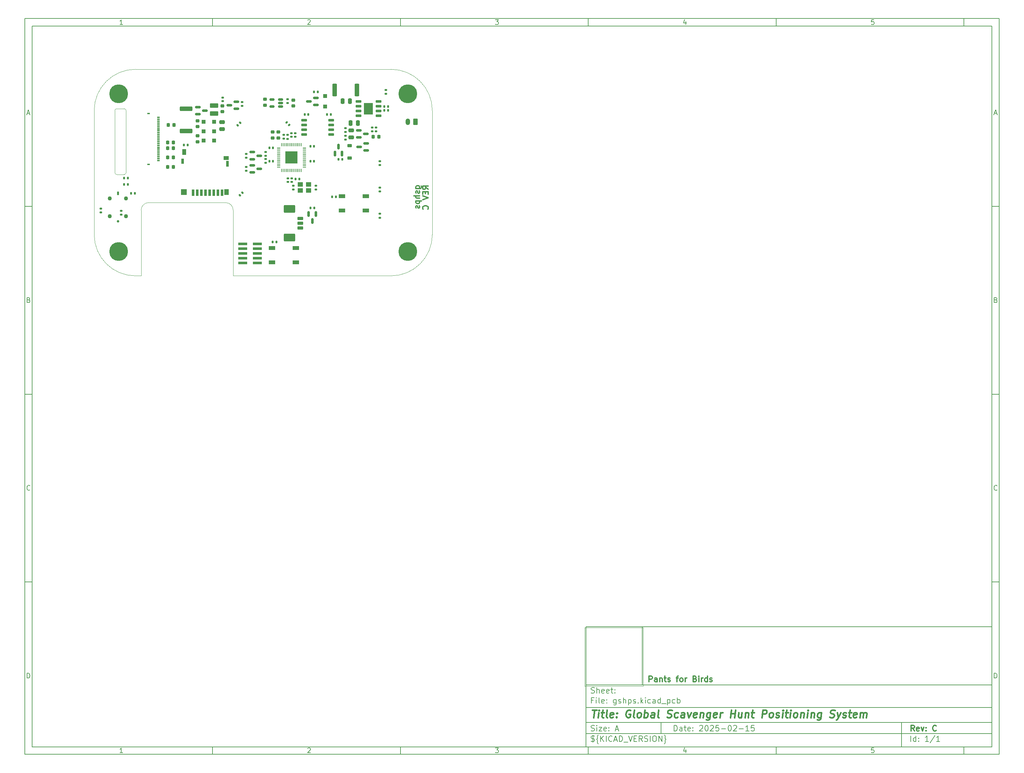
<source format=gbr>
%TF.GenerationSoftware,KiCad,Pcbnew,8.0.6+1*%
%TF.CreationDate,2025-02-24T18:19:18+00:00*%
%TF.ProjectId,gshps,67736870-732e-46b6-9963-61645f706362,C*%
%TF.SameCoordinates,Original*%
%TF.FileFunction,Soldermask,Bot*%
%TF.FilePolarity,Negative*%
%FSLAX45Y45*%
G04 Gerber Fmt 4.5, Leading zero omitted, Abs format (unit mm)*
G04 Created by KiCad (PCBNEW 8.0.6+1) date 2025-02-24 18:19:18*
%MOMM*%
%LPD*%
G01*
G04 APERTURE LIST*
G04 Aperture macros list*
%AMRoundRect*
0 Rectangle with rounded corners*
0 $1 Rounding radius*
0 $2 $3 $4 $5 $6 $7 $8 $9 X,Y pos of 4 corners*
0 Add a 4 corners polygon primitive as box body*
4,1,4,$2,$3,$4,$5,$6,$7,$8,$9,$2,$3,0*
0 Add four circle primitives for the rounded corners*
1,1,$1+$1,$2,$3*
1,1,$1+$1,$4,$5*
1,1,$1+$1,$6,$7*
1,1,$1+$1,$8,$9*
0 Add four rect primitives between the rounded corners*
20,1,$1+$1,$2,$3,$4,$5,0*
20,1,$1+$1,$4,$5,$6,$7,0*
20,1,$1+$1,$6,$7,$8,$9,0*
20,1,$1+$1,$8,$9,$2,$3,0*%
G04 Aperture macros list end*
%ADD10C,0.100000*%
%ADD11C,0.150000*%
%ADD12C,0.300000*%
%ADD13C,0.400000*%
%TA.AperFunction,Profile*%
%ADD14C,0.100000*%
%TD*%
%ADD15C,5.000000*%
%ADD16C,0.660000*%
%ADD17O,0.580000X1.000000*%
%ADD18C,1.100000*%
%ADD19RoundRect,0.050000X0.387500X0.050000X-0.387500X0.050000X-0.387500X-0.050000X0.387500X-0.050000X0*%
%ADD20RoundRect,0.050000X0.050000X0.387500X-0.050000X0.387500X-0.050000X-0.387500X0.050000X-0.387500X0*%
%ADD21R,3.200000X3.200000*%
%ADD22RoundRect,0.135000X-0.185000X0.135000X-0.185000X-0.135000X0.185000X-0.135000X0.185000X0.135000X0*%
%ADD23RoundRect,0.225000X-0.225000X-0.250000X0.225000X-0.250000X0.225000X0.250000X-0.225000X0.250000X0*%
%ADD24RoundRect,0.135000X0.135000X0.185000X-0.135000X0.185000X-0.135000X-0.185000X0.135000X-0.185000X0*%
%ADD25RoundRect,0.140000X-0.140000X-0.170000X0.140000X-0.170000X0.140000X0.170000X-0.140000X0.170000X0*%
%ADD26RoundRect,0.140000X-0.170000X0.140000X-0.170000X-0.140000X0.170000X-0.140000X0.170000X0.140000X0*%
%ADD27RoundRect,0.150000X0.150000X-0.587500X0.150000X0.587500X-0.150000X0.587500X-0.150000X-0.587500X0*%
%ADD28R,0.700000X1.750000*%
%ADD29R,1.450000X1.000000*%
%ADD30R,1.000000X1.550000*%
%ADD31R,0.800000X1.500000*%
%ADD32R,1.300000X1.500000*%
%ADD33R,1.500000X1.500000*%
%ADD34R,0.800000X1.400000*%
%ADD35RoundRect,0.250000X-0.300000X-0.300000X0.300000X-0.300000X0.300000X0.300000X-0.300000X0.300000X0*%
%ADD36RoundRect,0.135000X-0.135000X-0.185000X0.135000X-0.185000X0.135000X0.185000X-0.135000X0.185000X0*%
%ADD37RoundRect,0.140000X-0.219203X-0.021213X-0.021213X-0.219203X0.219203X0.021213X0.021213X0.219203X0*%
%ADD38RoundRect,0.250000X0.250000X0.475000X-0.250000X0.475000X-0.250000X-0.475000X0.250000X-0.475000X0*%
%ADD39RoundRect,0.150000X0.587500X0.150000X-0.587500X0.150000X-0.587500X-0.150000X0.587500X-0.150000X0*%
%ADD40R,0.800000X0.300000*%
%ADD41R,0.800000X0.400000*%
%ADD42R,1.700000X1.000000*%
%ADD43RoundRect,0.150000X0.650000X0.150000X-0.650000X0.150000X-0.650000X-0.150000X0.650000X-0.150000X0*%
%ADD44R,2.410000X3.100000*%
%ADD45RoundRect,0.140000X0.170000X-0.140000X0.170000X0.140000X-0.170000X0.140000X-0.170000X-0.140000X0*%
%ADD46RoundRect,0.150000X-0.587500X-0.150000X0.587500X-0.150000X0.587500X0.150000X-0.587500X0.150000X0*%
%ADD47RoundRect,0.140000X0.140000X0.170000X-0.140000X0.170000X-0.140000X-0.170000X0.140000X-0.170000X0*%
%ADD48RoundRect,0.150000X-0.150000X0.587500X-0.150000X-0.587500X0.150000X-0.587500X0.150000X0.587500X0*%
%ADD49RoundRect,0.225000X-0.250000X0.225000X-0.250000X-0.225000X0.250000X-0.225000X0.250000X0.225000X0*%
%ADD50R,2.400000X0.740000*%
%ADD51RoundRect,0.200000X0.600000X-0.200000X0.600000X0.200000X-0.600000X0.200000X-0.600000X-0.200000X0*%
%ADD52RoundRect,0.250001X1.249999X-0.799999X1.249999X0.799999X-1.249999X0.799999X-1.249999X-0.799999X0*%
%ADD53RoundRect,0.250000X-0.362500X-1.425000X0.362500X-1.425000X0.362500X1.425000X-0.362500X1.425000X0*%
%ADD54RoundRect,0.135000X0.185000X-0.135000X0.185000X0.135000X-0.185000X0.135000X-0.185000X-0.135000X0*%
%ADD55RoundRect,0.140000X-0.021213X0.219203X-0.219203X0.021213X0.021213X-0.219203X0.219203X-0.021213X0*%
%ADD56R,1.400000X1.200000*%
%ADD57RoundRect,0.250000X-0.475000X0.250000X-0.475000X-0.250000X0.475000X-0.250000X0.475000X0.250000X0*%
%ADD58RoundRect,0.250000X0.300000X0.300000X-0.300000X0.300000X-0.300000X-0.300000X0.300000X-0.300000X0*%
%ADD59RoundRect,0.150000X0.512500X0.150000X-0.512500X0.150000X-0.512500X-0.150000X0.512500X-0.150000X0*%
%ADD60RoundRect,0.250000X-1.425000X0.362500X-1.425000X-0.362500X1.425000X-0.362500X1.425000X0.362500X0*%
%ADD61RoundRect,0.250000X0.300000X-0.300000X0.300000X0.300000X-0.300000X0.300000X-0.300000X-0.300000X0*%
%ADD62RoundRect,0.140000X0.021213X-0.219203X0.219203X-0.021213X-0.021213X0.219203X-0.219203X0.021213X0*%
%ADD63RoundRect,0.250000X-0.850000X0.375000X-0.850000X-0.375000X0.850000X-0.375000X0.850000X0.375000X0*%
%ADD64RoundRect,0.225000X0.375000X-0.225000X0.375000X0.225000X-0.375000X0.225000X-0.375000X-0.225000X0*%
%ADD65RoundRect,0.250000X0.350000X0.625000X-0.350000X0.625000X-0.350000X-0.625000X0.350000X-0.625000X0*%
%ADD66O,1.200000X1.750000*%
G04 APERTURE END LIST*
D10*
X15905782Y-17215462D02*
X15905782Y-18774098D01*
X17464418Y-18774098D01*
X17464418Y-17215462D01*
X15905782Y-17215462D01*
D11*
X15940000Y-17190000D02*
X26740000Y-17190000D01*
X26740000Y-20390000D01*
X15940000Y-20390000D01*
X15940000Y-17190000D01*
D10*
D11*
X1000000Y-1000000D02*
X26940000Y-1000000D01*
X26940000Y-20590000D01*
X1000000Y-20590000D01*
X1000000Y-1000000D01*
D10*
D11*
X1200000Y-1200000D02*
X26740000Y-1200000D01*
X26740000Y-20390000D01*
X1200000Y-20390000D01*
X1200000Y-1200000D01*
D10*
D11*
X6000000Y-1200000D02*
X6000000Y-1000000D01*
D10*
D11*
X11000000Y-1200000D02*
X11000000Y-1000000D01*
D10*
D11*
X16000000Y-1200000D02*
X16000000Y-1000000D01*
D10*
D11*
X21000000Y-1200000D02*
X21000000Y-1000000D01*
D10*
D11*
X26000000Y-1200000D02*
X26000000Y-1000000D01*
D10*
D11*
X3608916Y-1159360D02*
X3534630Y-1159360D01*
X3571773Y-1159360D02*
X3571773Y-1029360D01*
X3571773Y-1029360D02*
X3559392Y-1047932D01*
X3559392Y-1047932D02*
X3547011Y-1060313D01*
X3547011Y-1060313D02*
X3534630Y-1066503D01*
D10*
D11*
X8534630Y-1041741D02*
X8540821Y-1035551D01*
X8540821Y-1035551D02*
X8553202Y-1029360D01*
X8553202Y-1029360D02*
X8584154Y-1029360D01*
X8584154Y-1029360D02*
X8596535Y-1035551D01*
X8596535Y-1035551D02*
X8602726Y-1041741D01*
X8602726Y-1041741D02*
X8608916Y-1054122D01*
X8608916Y-1054122D02*
X8608916Y-1066503D01*
X8608916Y-1066503D02*
X8602726Y-1085075D01*
X8602726Y-1085075D02*
X8528440Y-1159360D01*
X8528440Y-1159360D02*
X8608916Y-1159360D01*
D10*
D11*
X13528440Y-1029360D02*
X13608916Y-1029360D01*
X13608916Y-1029360D02*
X13565583Y-1078884D01*
X13565583Y-1078884D02*
X13584154Y-1078884D01*
X13584154Y-1078884D02*
X13596535Y-1085075D01*
X13596535Y-1085075D02*
X13602725Y-1091265D01*
X13602725Y-1091265D02*
X13608916Y-1103646D01*
X13608916Y-1103646D02*
X13608916Y-1134599D01*
X13608916Y-1134599D02*
X13602725Y-1146980D01*
X13602725Y-1146980D02*
X13596535Y-1153170D01*
X13596535Y-1153170D02*
X13584154Y-1159360D01*
X13584154Y-1159360D02*
X13547011Y-1159360D01*
X13547011Y-1159360D02*
X13534630Y-1153170D01*
X13534630Y-1153170D02*
X13528440Y-1146980D01*
D10*
D11*
X18596535Y-1072694D02*
X18596535Y-1159360D01*
X18565583Y-1023170D02*
X18534630Y-1116027D01*
X18534630Y-1116027D02*
X18615106Y-1116027D01*
D10*
D11*
X23602725Y-1029360D02*
X23540821Y-1029360D01*
X23540821Y-1029360D02*
X23534630Y-1091265D01*
X23534630Y-1091265D02*
X23540821Y-1085075D01*
X23540821Y-1085075D02*
X23553202Y-1078884D01*
X23553202Y-1078884D02*
X23584154Y-1078884D01*
X23584154Y-1078884D02*
X23596535Y-1085075D01*
X23596535Y-1085075D02*
X23602725Y-1091265D01*
X23602725Y-1091265D02*
X23608916Y-1103646D01*
X23608916Y-1103646D02*
X23608916Y-1134599D01*
X23608916Y-1134599D02*
X23602725Y-1146980D01*
X23602725Y-1146980D02*
X23596535Y-1153170D01*
X23596535Y-1153170D02*
X23584154Y-1159360D01*
X23584154Y-1159360D02*
X23553202Y-1159360D01*
X23553202Y-1159360D02*
X23540821Y-1153170D01*
X23540821Y-1153170D02*
X23534630Y-1146980D01*
D10*
D11*
X6000000Y-20390000D02*
X6000000Y-20590000D01*
D10*
D11*
X11000000Y-20390000D02*
X11000000Y-20590000D01*
D10*
D11*
X16000000Y-20390000D02*
X16000000Y-20590000D01*
D10*
D11*
X21000000Y-20390000D02*
X21000000Y-20590000D01*
D10*
D11*
X26000000Y-20390000D02*
X26000000Y-20590000D01*
D10*
D11*
X3608916Y-20549360D02*
X3534630Y-20549360D01*
X3571773Y-20549360D02*
X3571773Y-20419360D01*
X3571773Y-20419360D02*
X3559392Y-20437932D01*
X3559392Y-20437932D02*
X3547011Y-20450313D01*
X3547011Y-20450313D02*
X3534630Y-20456503D01*
D10*
D11*
X8534630Y-20431741D02*
X8540821Y-20425551D01*
X8540821Y-20425551D02*
X8553202Y-20419360D01*
X8553202Y-20419360D02*
X8584154Y-20419360D01*
X8584154Y-20419360D02*
X8596535Y-20425551D01*
X8596535Y-20425551D02*
X8602726Y-20431741D01*
X8602726Y-20431741D02*
X8608916Y-20444122D01*
X8608916Y-20444122D02*
X8608916Y-20456503D01*
X8608916Y-20456503D02*
X8602726Y-20475075D01*
X8602726Y-20475075D02*
X8528440Y-20549360D01*
X8528440Y-20549360D02*
X8608916Y-20549360D01*
D10*
D11*
X13528440Y-20419360D02*
X13608916Y-20419360D01*
X13608916Y-20419360D02*
X13565583Y-20468884D01*
X13565583Y-20468884D02*
X13584154Y-20468884D01*
X13584154Y-20468884D02*
X13596535Y-20475075D01*
X13596535Y-20475075D02*
X13602725Y-20481265D01*
X13602725Y-20481265D02*
X13608916Y-20493646D01*
X13608916Y-20493646D02*
X13608916Y-20524599D01*
X13608916Y-20524599D02*
X13602725Y-20536980D01*
X13602725Y-20536980D02*
X13596535Y-20543170D01*
X13596535Y-20543170D02*
X13584154Y-20549360D01*
X13584154Y-20549360D02*
X13547011Y-20549360D01*
X13547011Y-20549360D02*
X13534630Y-20543170D01*
X13534630Y-20543170D02*
X13528440Y-20536980D01*
D10*
D11*
X18596535Y-20462694D02*
X18596535Y-20549360D01*
X18565583Y-20413170D02*
X18534630Y-20506027D01*
X18534630Y-20506027D02*
X18615106Y-20506027D01*
D10*
D11*
X23602725Y-20419360D02*
X23540821Y-20419360D01*
X23540821Y-20419360D02*
X23534630Y-20481265D01*
X23534630Y-20481265D02*
X23540821Y-20475075D01*
X23540821Y-20475075D02*
X23553202Y-20468884D01*
X23553202Y-20468884D02*
X23584154Y-20468884D01*
X23584154Y-20468884D02*
X23596535Y-20475075D01*
X23596535Y-20475075D02*
X23602725Y-20481265D01*
X23602725Y-20481265D02*
X23608916Y-20493646D01*
X23608916Y-20493646D02*
X23608916Y-20524599D01*
X23608916Y-20524599D02*
X23602725Y-20536980D01*
X23602725Y-20536980D02*
X23596535Y-20543170D01*
X23596535Y-20543170D02*
X23584154Y-20549360D01*
X23584154Y-20549360D02*
X23553202Y-20549360D01*
X23553202Y-20549360D02*
X23540821Y-20543170D01*
X23540821Y-20543170D02*
X23534630Y-20536980D01*
D10*
D11*
X1000000Y-6000000D02*
X1200000Y-6000000D01*
D10*
D11*
X1000000Y-11000000D02*
X1200000Y-11000000D01*
D10*
D11*
X1000000Y-16000000D02*
X1200000Y-16000000D01*
D10*
D11*
X1069048Y-3522218D02*
X1130952Y-3522218D01*
X1056667Y-3559360D02*
X1100000Y-3429360D01*
X1100000Y-3429360D02*
X1143333Y-3559360D01*
D10*
D11*
X1109286Y-8491265D02*
X1127857Y-8497456D01*
X1127857Y-8497456D02*
X1134048Y-8503646D01*
X1134048Y-8503646D02*
X1140238Y-8516027D01*
X1140238Y-8516027D02*
X1140238Y-8534599D01*
X1140238Y-8534599D02*
X1134048Y-8546980D01*
X1134048Y-8546980D02*
X1127857Y-8553170D01*
X1127857Y-8553170D02*
X1115476Y-8559360D01*
X1115476Y-8559360D02*
X1065952Y-8559360D01*
X1065952Y-8559360D02*
X1065952Y-8429360D01*
X1065952Y-8429360D02*
X1109286Y-8429360D01*
X1109286Y-8429360D02*
X1121667Y-8435551D01*
X1121667Y-8435551D02*
X1127857Y-8441741D01*
X1127857Y-8441741D02*
X1134048Y-8454122D01*
X1134048Y-8454122D02*
X1134048Y-8466503D01*
X1134048Y-8466503D02*
X1127857Y-8478884D01*
X1127857Y-8478884D02*
X1121667Y-8485075D01*
X1121667Y-8485075D02*
X1109286Y-8491265D01*
X1109286Y-8491265D02*
X1065952Y-8491265D01*
D10*
D11*
X1140238Y-13546979D02*
X1134048Y-13553170D01*
X1134048Y-13553170D02*
X1115476Y-13559360D01*
X1115476Y-13559360D02*
X1103095Y-13559360D01*
X1103095Y-13559360D02*
X1084524Y-13553170D01*
X1084524Y-13553170D02*
X1072143Y-13540789D01*
X1072143Y-13540789D02*
X1065952Y-13528408D01*
X1065952Y-13528408D02*
X1059762Y-13503646D01*
X1059762Y-13503646D02*
X1059762Y-13485075D01*
X1059762Y-13485075D02*
X1065952Y-13460313D01*
X1065952Y-13460313D02*
X1072143Y-13447932D01*
X1072143Y-13447932D02*
X1084524Y-13435551D01*
X1084524Y-13435551D02*
X1103095Y-13429360D01*
X1103095Y-13429360D02*
X1115476Y-13429360D01*
X1115476Y-13429360D02*
X1134048Y-13435551D01*
X1134048Y-13435551D02*
X1140238Y-13441741D01*
D10*
D11*
X1065952Y-18559360D02*
X1065952Y-18429360D01*
X1065952Y-18429360D02*
X1096905Y-18429360D01*
X1096905Y-18429360D02*
X1115476Y-18435551D01*
X1115476Y-18435551D02*
X1127857Y-18447932D01*
X1127857Y-18447932D02*
X1134048Y-18460313D01*
X1134048Y-18460313D02*
X1140238Y-18485075D01*
X1140238Y-18485075D02*
X1140238Y-18503646D01*
X1140238Y-18503646D02*
X1134048Y-18528408D01*
X1134048Y-18528408D02*
X1127857Y-18540789D01*
X1127857Y-18540789D02*
X1115476Y-18553170D01*
X1115476Y-18553170D02*
X1096905Y-18559360D01*
X1096905Y-18559360D02*
X1065952Y-18559360D01*
D10*
D11*
X26940000Y-6000000D02*
X26740000Y-6000000D01*
D10*
D11*
X26940000Y-11000000D02*
X26740000Y-11000000D01*
D10*
D11*
X26940000Y-16000000D02*
X26740000Y-16000000D01*
D10*
D11*
X26809048Y-3522218D02*
X26870952Y-3522218D01*
X26796667Y-3559360D02*
X26840000Y-3429360D01*
X26840000Y-3429360D02*
X26883333Y-3559360D01*
D10*
D11*
X26849286Y-8491265D02*
X26867857Y-8497456D01*
X26867857Y-8497456D02*
X26874048Y-8503646D01*
X26874048Y-8503646D02*
X26880238Y-8516027D01*
X26880238Y-8516027D02*
X26880238Y-8534599D01*
X26880238Y-8534599D02*
X26874048Y-8546980D01*
X26874048Y-8546980D02*
X26867857Y-8553170D01*
X26867857Y-8553170D02*
X26855476Y-8559360D01*
X26855476Y-8559360D02*
X26805952Y-8559360D01*
X26805952Y-8559360D02*
X26805952Y-8429360D01*
X26805952Y-8429360D02*
X26849286Y-8429360D01*
X26849286Y-8429360D02*
X26861667Y-8435551D01*
X26861667Y-8435551D02*
X26867857Y-8441741D01*
X26867857Y-8441741D02*
X26874048Y-8454122D01*
X26874048Y-8454122D02*
X26874048Y-8466503D01*
X26874048Y-8466503D02*
X26867857Y-8478884D01*
X26867857Y-8478884D02*
X26861667Y-8485075D01*
X26861667Y-8485075D02*
X26849286Y-8491265D01*
X26849286Y-8491265D02*
X26805952Y-8491265D01*
D10*
D11*
X26880238Y-13546979D02*
X26874048Y-13553170D01*
X26874048Y-13553170D02*
X26855476Y-13559360D01*
X26855476Y-13559360D02*
X26843095Y-13559360D01*
X26843095Y-13559360D02*
X26824524Y-13553170D01*
X26824524Y-13553170D02*
X26812143Y-13540789D01*
X26812143Y-13540789D02*
X26805952Y-13528408D01*
X26805952Y-13528408D02*
X26799762Y-13503646D01*
X26799762Y-13503646D02*
X26799762Y-13485075D01*
X26799762Y-13485075D02*
X26805952Y-13460313D01*
X26805952Y-13460313D02*
X26812143Y-13447932D01*
X26812143Y-13447932D02*
X26824524Y-13435551D01*
X26824524Y-13435551D02*
X26843095Y-13429360D01*
X26843095Y-13429360D02*
X26855476Y-13429360D01*
X26855476Y-13429360D02*
X26874048Y-13435551D01*
X26874048Y-13435551D02*
X26880238Y-13441741D01*
D10*
D11*
X26805952Y-18559360D02*
X26805952Y-18429360D01*
X26805952Y-18429360D02*
X26836905Y-18429360D01*
X26836905Y-18429360D02*
X26855476Y-18435551D01*
X26855476Y-18435551D02*
X26867857Y-18447932D01*
X26867857Y-18447932D02*
X26874048Y-18460313D01*
X26874048Y-18460313D02*
X26880238Y-18485075D01*
X26880238Y-18485075D02*
X26880238Y-18503646D01*
X26880238Y-18503646D02*
X26874048Y-18528408D01*
X26874048Y-18528408D02*
X26867857Y-18540789D01*
X26867857Y-18540789D02*
X26855476Y-18553170D01*
X26855476Y-18553170D02*
X26836905Y-18559360D01*
X26836905Y-18559360D02*
X26805952Y-18559360D01*
D10*
D11*
X18285583Y-19968613D02*
X18285583Y-19818613D01*
X18285583Y-19818613D02*
X18321297Y-19818613D01*
X18321297Y-19818613D02*
X18342726Y-19825756D01*
X18342726Y-19825756D02*
X18357011Y-19840041D01*
X18357011Y-19840041D02*
X18364154Y-19854327D01*
X18364154Y-19854327D02*
X18371297Y-19882899D01*
X18371297Y-19882899D02*
X18371297Y-19904327D01*
X18371297Y-19904327D02*
X18364154Y-19932899D01*
X18364154Y-19932899D02*
X18357011Y-19947184D01*
X18357011Y-19947184D02*
X18342726Y-19961470D01*
X18342726Y-19961470D02*
X18321297Y-19968613D01*
X18321297Y-19968613D02*
X18285583Y-19968613D01*
X18499868Y-19968613D02*
X18499868Y-19890041D01*
X18499868Y-19890041D02*
X18492726Y-19875756D01*
X18492726Y-19875756D02*
X18478440Y-19868613D01*
X18478440Y-19868613D02*
X18449868Y-19868613D01*
X18449868Y-19868613D02*
X18435583Y-19875756D01*
X18499868Y-19961470D02*
X18485583Y-19968613D01*
X18485583Y-19968613D02*
X18449868Y-19968613D01*
X18449868Y-19968613D02*
X18435583Y-19961470D01*
X18435583Y-19961470D02*
X18428440Y-19947184D01*
X18428440Y-19947184D02*
X18428440Y-19932899D01*
X18428440Y-19932899D02*
X18435583Y-19918613D01*
X18435583Y-19918613D02*
X18449868Y-19911470D01*
X18449868Y-19911470D02*
X18485583Y-19911470D01*
X18485583Y-19911470D02*
X18499868Y-19904327D01*
X18549868Y-19868613D02*
X18607011Y-19868613D01*
X18571297Y-19818613D02*
X18571297Y-19947184D01*
X18571297Y-19947184D02*
X18578440Y-19961470D01*
X18578440Y-19961470D02*
X18592726Y-19968613D01*
X18592726Y-19968613D02*
X18607011Y-19968613D01*
X18714154Y-19961470D02*
X18699868Y-19968613D01*
X18699868Y-19968613D02*
X18671297Y-19968613D01*
X18671297Y-19968613D02*
X18657011Y-19961470D01*
X18657011Y-19961470D02*
X18649868Y-19947184D01*
X18649868Y-19947184D02*
X18649868Y-19890041D01*
X18649868Y-19890041D02*
X18657011Y-19875756D01*
X18657011Y-19875756D02*
X18671297Y-19868613D01*
X18671297Y-19868613D02*
X18699868Y-19868613D01*
X18699868Y-19868613D02*
X18714154Y-19875756D01*
X18714154Y-19875756D02*
X18721297Y-19890041D01*
X18721297Y-19890041D02*
X18721297Y-19904327D01*
X18721297Y-19904327D02*
X18649868Y-19918613D01*
X18785583Y-19954327D02*
X18792726Y-19961470D01*
X18792726Y-19961470D02*
X18785583Y-19968613D01*
X18785583Y-19968613D02*
X18778440Y-19961470D01*
X18778440Y-19961470D02*
X18785583Y-19954327D01*
X18785583Y-19954327D02*
X18785583Y-19968613D01*
X18785583Y-19875756D02*
X18792726Y-19882899D01*
X18792726Y-19882899D02*
X18785583Y-19890041D01*
X18785583Y-19890041D02*
X18778440Y-19882899D01*
X18778440Y-19882899D02*
X18785583Y-19875756D01*
X18785583Y-19875756D02*
X18785583Y-19890041D01*
X18964154Y-19832899D02*
X18971297Y-19825756D01*
X18971297Y-19825756D02*
X18985583Y-19818613D01*
X18985583Y-19818613D02*
X19021297Y-19818613D01*
X19021297Y-19818613D02*
X19035583Y-19825756D01*
X19035583Y-19825756D02*
X19042726Y-19832899D01*
X19042726Y-19832899D02*
X19049868Y-19847184D01*
X19049868Y-19847184D02*
X19049868Y-19861470D01*
X19049868Y-19861470D02*
X19042726Y-19882899D01*
X19042726Y-19882899D02*
X18957011Y-19968613D01*
X18957011Y-19968613D02*
X19049868Y-19968613D01*
X19142726Y-19818613D02*
X19157011Y-19818613D01*
X19157011Y-19818613D02*
X19171297Y-19825756D01*
X19171297Y-19825756D02*
X19178440Y-19832899D01*
X19178440Y-19832899D02*
X19185583Y-19847184D01*
X19185583Y-19847184D02*
X19192726Y-19875756D01*
X19192726Y-19875756D02*
X19192726Y-19911470D01*
X19192726Y-19911470D02*
X19185583Y-19940041D01*
X19185583Y-19940041D02*
X19178440Y-19954327D01*
X19178440Y-19954327D02*
X19171297Y-19961470D01*
X19171297Y-19961470D02*
X19157011Y-19968613D01*
X19157011Y-19968613D02*
X19142726Y-19968613D01*
X19142726Y-19968613D02*
X19128440Y-19961470D01*
X19128440Y-19961470D02*
X19121297Y-19954327D01*
X19121297Y-19954327D02*
X19114154Y-19940041D01*
X19114154Y-19940041D02*
X19107011Y-19911470D01*
X19107011Y-19911470D02*
X19107011Y-19875756D01*
X19107011Y-19875756D02*
X19114154Y-19847184D01*
X19114154Y-19847184D02*
X19121297Y-19832899D01*
X19121297Y-19832899D02*
X19128440Y-19825756D01*
X19128440Y-19825756D02*
X19142726Y-19818613D01*
X19249868Y-19832899D02*
X19257011Y-19825756D01*
X19257011Y-19825756D02*
X19271297Y-19818613D01*
X19271297Y-19818613D02*
X19307011Y-19818613D01*
X19307011Y-19818613D02*
X19321297Y-19825756D01*
X19321297Y-19825756D02*
X19328440Y-19832899D01*
X19328440Y-19832899D02*
X19335583Y-19847184D01*
X19335583Y-19847184D02*
X19335583Y-19861470D01*
X19335583Y-19861470D02*
X19328440Y-19882899D01*
X19328440Y-19882899D02*
X19242725Y-19968613D01*
X19242725Y-19968613D02*
X19335583Y-19968613D01*
X19471297Y-19818613D02*
X19399868Y-19818613D01*
X19399868Y-19818613D02*
X19392725Y-19890041D01*
X19392725Y-19890041D02*
X19399868Y-19882899D01*
X19399868Y-19882899D02*
X19414154Y-19875756D01*
X19414154Y-19875756D02*
X19449868Y-19875756D01*
X19449868Y-19875756D02*
X19464154Y-19882899D01*
X19464154Y-19882899D02*
X19471297Y-19890041D01*
X19471297Y-19890041D02*
X19478440Y-19904327D01*
X19478440Y-19904327D02*
X19478440Y-19940041D01*
X19478440Y-19940041D02*
X19471297Y-19954327D01*
X19471297Y-19954327D02*
X19464154Y-19961470D01*
X19464154Y-19961470D02*
X19449868Y-19968613D01*
X19449868Y-19968613D02*
X19414154Y-19968613D01*
X19414154Y-19968613D02*
X19399868Y-19961470D01*
X19399868Y-19961470D02*
X19392725Y-19954327D01*
X19542725Y-19911470D02*
X19657011Y-19911470D01*
X19757011Y-19818613D02*
X19771297Y-19818613D01*
X19771297Y-19818613D02*
X19785583Y-19825756D01*
X19785583Y-19825756D02*
X19792725Y-19832899D01*
X19792725Y-19832899D02*
X19799868Y-19847184D01*
X19799868Y-19847184D02*
X19807011Y-19875756D01*
X19807011Y-19875756D02*
X19807011Y-19911470D01*
X19807011Y-19911470D02*
X19799868Y-19940041D01*
X19799868Y-19940041D02*
X19792725Y-19954327D01*
X19792725Y-19954327D02*
X19785583Y-19961470D01*
X19785583Y-19961470D02*
X19771297Y-19968613D01*
X19771297Y-19968613D02*
X19757011Y-19968613D01*
X19757011Y-19968613D02*
X19742725Y-19961470D01*
X19742725Y-19961470D02*
X19735583Y-19954327D01*
X19735583Y-19954327D02*
X19728440Y-19940041D01*
X19728440Y-19940041D02*
X19721297Y-19911470D01*
X19721297Y-19911470D02*
X19721297Y-19875756D01*
X19721297Y-19875756D02*
X19728440Y-19847184D01*
X19728440Y-19847184D02*
X19735583Y-19832899D01*
X19735583Y-19832899D02*
X19742725Y-19825756D01*
X19742725Y-19825756D02*
X19757011Y-19818613D01*
X19864154Y-19832899D02*
X19871297Y-19825756D01*
X19871297Y-19825756D02*
X19885583Y-19818613D01*
X19885583Y-19818613D02*
X19921297Y-19818613D01*
X19921297Y-19818613D02*
X19935583Y-19825756D01*
X19935583Y-19825756D02*
X19942725Y-19832899D01*
X19942725Y-19832899D02*
X19949868Y-19847184D01*
X19949868Y-19847184D02*
X19949868Y-19861470D01*
X19949868Y-19861470D02*
X19942725Y-19882899D01*
X19942725Y-19882899D02*
X19857011Y-19968613D01*
X19857011Y-19968613D02*
X19949868Y-19968613D01*
X20014154Y-19911470D02*
X20128440Y-19911470D01*
X20278440Y-19968613D02*
X20192725Y-19968613D01*
X20235582Y-19968613D02*
X20235582Y-19818613D01*
X20235582Y-19818613D02*
X20221297Y-19840041D01*
X20221297Y-19840041D02*
X20207011Y-19854327D01*
X20207011Y-19854327D02*
X20192725Y-19861470D01*
X20414154Y-19818613D02*
X20342725Y-19818613D01*
X20342725Y-19818613D02*
X20335582Y-19890041D01*
X20335582Y-19890041D02*
X20342725Y-19882899D01*
X20342725Y-19882899D02*
X20357011Y-19875756D01*
X20357011Y-19875756D02*
X20392725Y-19875756D01*
X20392725Y-19875756D02*
X20407011Y-19882899D01*
X20407011Y-19882899D02*
X20414154Y-19890041D01*
X20414154Y-19890041D02*
X20421297Y-19904327D01*
X20421297Y-19904327D02*
X20421297Y-19940041D01*
X20421297Y-19940041D02*
X20414154Y-19954327D01*
X20414154Y-19954327D02*
X20407011Y-19961470D01*
X20407011Y-19961470D02*
X20392725Y-19968613D01*
X20392725Y-19968613D02*
X20357011Y-19968613D01*
X20357011Y-19968613D02*
X20342725Y-19961470D01*
X20342725Y-19961470D02*
X20335582Y-19954327D01*
D10*
D11*
X15940000Y-20040000D02*
X26740000Y-20040000D01*
D10*
D11*
X16078440Y-20241470D02*
X16099868Y-20248613D01*
X16099868Y-20248613D02*
X16135583Y-20248613D01*
X16135583Y-20248613D02*
X16149868Y-20241470D01*
X16149868Y-20241470D02*
X16157011Y-20234327D01*
X16157011Y-20234327D02*
X16164154Y-20220041D01*
X16164154Y-20220041D02*
X16164154Y-20205756D01*
X16164154Y-20205756D02*
X16157011Y-20191470D01*
X16157011Y-20191470D02*
X16149868Y-20184327D01*
X16149868Y-20184327D02*
X16135583Y-20177184D01*
X16135583Y-20177184D02*
X16107011Y-20170041D01*
X16107011Y-20170041D02*
X16092725Y-20162899D01*
X16092725Y-20162899D02*
X16085583Y-20155756D01*
X16085583Y-20155756D02*
X16078440Y-20141470D01*
X16078440Y-20141470D02*
X16078440Y-20127184D01*
X16078440Y-20127184D02*
X16085583Y-20112899D01*
X16085583Y-20112899D02*
X16092725Y-20105756D01*
X16092725Y-20105756D02*
X16107011Y-20098613D01*
X16107011Y-20098613D02*
X16142725Y-20098613D01*
X16142725Y-20098613D02*
X16164154Y-20105756D01*
X16121297Y-20077184D02*
X16121297Y-20270041D01*
X16271297Y-20305756D02*
X16264154Y-20305756D01*
X16264154Y-20305756D02*
X16249868Y-20298613D01*
X16249868Y-20298613D02*
X16242725Y-20284327D01*
X16242725Y-20284327D02*
X16242725Y-20212899D01*
X16242725Y-20212899D02*
X16235583Y-20198613D01*
X16235583Y-20198613D02*
X16221297Y-20191470D01*
X16221297Y-20191470D02*
X16235583Y-20184327D01*
X16235583Y-20184327D02*
X16242725Y-20170041D01*
X16242725Y-20170041D02*
X16242725Y-20098613D01*
X16242725Y-20098613D02*
X16249868Y-20084327D01*
X16249868Y-20084327D02*
X16264154Y-20077184D01*
X16264154Y-20077184D02*
X16271297Y-20077184D01*
X16328440Y-20248613D02*
X16328440Y-20098613D01*
X16414154Y-20248613D02*
X16349868Y-20162899D01*
X16414154Y-20098613D02*
X16328440Y-20184327D01*
X16478440Y-20248613D02*
X16478440Y-20098613D01*
X16635583Y-20234327D02*
X16628440Y-20241470D01*
X16628440Y-20241470D02*
X16607011Y-20248613D01*
X16607011Y-20248613D02*
X16592725Y-20248613D01*
X16592725Y-20248613D02*
X16571297Y-20241470D01*
X16571297Y-20241470D02*
X16557011Y-20227184D01*
X16557011Y-20227184D02*
X16549868Y-20212899D01*
X16549868Y-20212899D02*
X16542725Y-20184327D01*
X16542725Y-20184327D02*
X16542725Y-20162899D01*
X16542725Y-20162899D02*
X16549868Y-20134327D01*
X16549868Y-20134327D02*
X16557011Y-20120041D01*
X16557011Y-20120041D02*
X16571297Y-20105756D01*
X16571297Y-20105756D02*
X16592725Y-20098613D01*
X16592725Y-20098613D02*
X16607011Y-20098613D01*
X16607011Y-20098613D02*
X16628440Y-20105756D01*
X16628440Y-20105756D02*
X16635583Y-20112899D01*
X16692725Y-20205756D02*
X16764154Y-20205756D01*
X16678440Y-20248613D02*
X16728440Y-20098613D01*
X16728440Y-20098613D02*
X16778440Y-20248613D01*
X16828440Y-20248613D02*
X16828440Y-20098613D01*
X16828440Y-20098613D02*
X16864154Y-20098613D01*
X16864154Y-20098613D02*
X16885583Y-20105756D01*
X16885583Y-20105756D02*
X16899868Y-20120041D01*
X16899868Y-20120041D02*
X16907011Y-20134327D01*
X16907011Y-20134327D02*
X16914154Y-20162899D01*
X16914154Y-20162899D02*
X16914154Y-20184327D01*
X16914154Y-20184327D02*
X16907011Y-20212899D01*
X16907011Y-20212899D02*
X16899868Y-20227184D01*
X16899868Y-20227184D02*
X16885583Y-20241470D01*
X16885583Y-20241470D02*
X16864154Y-20248613D01*
X16864154Y-20248613D02*
X16828440Y-20248613D01*
X16942726Y-20262899D02*
X17057011Y-20262899D01*
X17071297Y-20098613D02*
X17121297Y-20248613D01*
X17121297Y-20248613D02*
X17171297Y-20098613D01*
X17221297Y-20170041D02*
X17271297Y-20170041D01*
X17292725Y-20248613D02*
X17221297Y-20248613D01*
X17221297Y-20248613D02*
X17221297Y-20098613D01*
X17221297Y-20098613D02*
X17292725Y-20098613D01*
X17442725Y-20248613D02*
X17392725Y-20177184D01*
X17357011Y-20248613D02*
X17357011Y-20098613D01*
X17357011Y-20098613D02*
X17414154Y-20098613D01*
X17414154Y-20098613D02*
X17428440Y-20105756D01*
X17428440Y-20105756D02*
X17435583Y-20112899D01*
X17435583Y-20112899D02*
X17442725Y-20127184D01*
X17442725Y-20127184D02*
X17442725Y-20148613D01*
X17442725Y-20148613D02*
X17435583Y-20162899D01*
X17435583Y-20162899D02*
X17428440Y-20170041D01*
X17428440Y-20170041D02*
X17414154Y-20177184D01*
X17414154Y-20177184D02*
X17357011Y-20177184D01*
X17499868Y-20241470D02*
X17521297Y-20248613D01*
X17521297Y-20248613D02*
X17557011Y-20248613D01*
X17557011Y-20248613D02*
X17571297Y-20241470D01*
X17571297Y-20241470D02*
X17578440Y-20234327D01*
X17578440Y-20234327D02*
X17585583Y-20220041D01*
X17585583Y-20220041D02*
X17585583Y-20205756D01*
X17585583Y-20205756D02*
X17578440Y-20191470D01*
X17578440Y-20191470D02*
X17571297Y-20184327D01*
X17571297Y-20184327D02*
X17557011Y-20177184D01*
X17557011Y-20177184D02*
X17528440Y-20170041D01*
X17528440Y-20170041D02*
X17514154Y-20162899D01*
X17514154Y-20162899D02*
X17507011Y-20155756D01*
X17507011Y-20155756D02*
X17499868Y-20141470D01*
X17499868Y-20141470D02*
X17499868Y-20127184D01*
X17499868Y-20127184D02*
X17507011Y-20112899D01*
X17507011Y-20112899D02*
X17514154Y-20105756D01*
X17514154Y-20105756D02*
X17528440Y-20098613D01*
X17528440Y-20098613D02*
X17564154Y-20098613D01*
X17564154Y-20098613D02*
X17585583Y-20105756D01*
X17649868Y-20248613D02*
X17649868Y-20098613D01*
X17749868Y-20098613D02*
X17778440Y-20098613D01*
X17778440Y-20098613D02*
X17792725Y-20105756D01*
X17792725Y-20105756D02*
X17807011Y-20120041D01*
X17807011Y-20120041D02*
X17814154Y-20148613D01*
X17814154Y-20148613D02*
X17814154Y-20198613D01*
X17814154Y-20198613D02*
X17807011Y-20227184D01*
X17807011Y-20227184D02*
X17792725Y-20241470D01*
X17792725Y-20241470D02*
X17778440Y-20248613D01*
X17778440Y-20248613D02*
X17749868Y-20248613D01*
X17749868Y-20248613D02*
X17735583Y-20241470D01*
X17735583Y-20241470D02*
X17721297Y-20227184D01*
X17721297Y-20227184D02*
X17714154Y-20198613D01*
X17714154Y-20198613D02*
X17714154Y-20148613D01*
X17714154Y-20148613D02*
X17721297Y-20120041D01*
X17721297Y-20120041D02*
X17735583Y-20105756D01*
X17735583Y-20105756D02*
X17749868Y-20098613D01*
X17878440Y-20248613D02*
X17878440Y-20098613D01*
X17878440Y-20098613D02*
X17964154Y-20248613D01*
X17964154Y-20248613D02*
X17964154Y-20098613D01*
X18021297Y-20305756D02*
X18028440Y-20305756D01*
X18028440Y-20305756D02*
X18042726Y-20298613D01*
X18042726Y-20298613D02*
X18049868Y-20284327D01*
X18049868Y-20284327D02*
X18049868Y-20212899D01*
X18049868Y-20212899D02*
X18057011Y-20198613D01*
X18057011Y-20198613D02*
X18071297Y-20191470D01*
X18071297Y-20191470D02*
X18057011Y-20184327D01*
X18057011Y-20184327D02*
X18049868Y-20170041D01*
X18049868Y-20170041D02*
X18049868Y-20098613D01*
X18049868Y-20098613D02*
X18042726Y-20084327D01*
X18042726Y-20084327D02*
X18028440Y-20077184D01*
X18028440Y-20077184D02*
X18021297Y-20077184D01*
D10*
D11*
X15940000Y-19740000D02*
X26740000Y-19740000D01*
D10*
D12*
X24681165Y-19967833D02*
X24631165Y-19896404D01*
X24595451Y-19967833D02*
X24595451Y-19817833D01*
X24595451Y-19817833D02*
X24652594Y-19817833D01*
X24652594Y-19817833D02*
X24666880Y-19824976D01*
X24666880Y-19824976D02*
X24674022Y-19832119D01*
X24674022Y-19832119D02*
X24681165Y-19846404D01*
X24681165Y-19846404D02*
X24681165Y-19867833D01*
X24681165Y-19867833D02*
X24674022Y-19882119D01*
X24674022Y-19882119D02*
X24666880Y-19889261D01*
X24666880Y-19889261D02*
X24652594Y-19896404D01*
X24652594Y-19896404D02*
X24595451Y-19896404D01*
X24802594Y-19960690D02*
X24788308Y-19967833D01*
X24788308Y-19967833D02*
X24759737Y-19967833D01*
X24759737Y-19967833D02*
X24745451Y-19960690D01*
X24745451Y-19960690D02*
X24738308Y-19946404D01*
X24738308Y-19946404D02*
X24738308Y-19889261D01*
X24738308Y-19889261D02*
X24745451Y-19874976D01*
X24745451Y-19874976D02*
X24759737Y-19867833D01*
X24759737Y-19867833D02*
X24788308Y-19867833D01*
X24788308Y-19867833D02*
X24802594Y-19874976D01*
X24802594Y-19874976D02*
X24809737Y-19889261D01*
X24809737Y-19889261D02*
X24809737Y-19903547D01*
X24809737Y-19903547D02*
X24738308Y-19917833D01*
X24859737Y-19867833D02*
X24895451Y-19967833D01*
X24895451Y-19967833D02*
X24931165Y-19867833D01*
X24988308Y-19953547D02*
X24995451Y-19960690D01*
X24995451Y-19960690D02*
X24988308Y-19967833D01*
X24988308Y-19967833D02*
X24981165Y-19960690D01*
X24981165Y-19960690D02*
X24988308Y-19953547D01*
X24988308Y-19953547D02*
X24988308Y-19967833D01*
X24988308Y-19874976D02*
X24995451Y-19882119D01*
X24995451Y-19882119D02*
X24988308Y-19889261D01*
X24988308Y-19889261D02*
X24981165Y-19882119D01*
X24981165Y-19882119D02*
X24988308Y-19874976D01*
X24988308Y-19874976D02*
X24988308Y-19889261D01*
X25259737Y-19953547D02*
X25252594Y-19960690D01*
X25252594Y-19960690D02*
X25231165Y-19967833D01*
X25231165Y-19967833D02*
X25216880Y-19967833D01*
X25216880Y-19967833D02*
X25195451Y-19960690D01*
X25195451Y-19960690D02*
X25181165Y-19946404D01*
X25181165Y-19946404D02*
X25174022Y-19932119D01*
X25174022Y-19932119D02*
X25166880Y-19903547D01*
X25166880Y-19903547D02*
X25166880Y-19882119D01*
X25166880Y-19882119D02*
X25174022Y-19853547D01*
X25174022Y-19853547D02*
X25181165Y-19839261D01*
X25181165Y-19839261D02*
X25195451Y-19824976D01*
X25195451Y-19824976D02*
X25216880Y-19817833D01*
X25216880Y-19817833D02*
X25231165Y-19817833D01*
X25231165Y-19817833D02*
X25252594Y-19824976D01*
X25252594Y-19824976D02*
X25259737Y-19832119D01*
D10*
D11*
X16078440Y-19961470D02*
X16099868Y-19968613D01*
X16099868Y-19968613D02*
X16135583Y-19968613D01*
X16135583Y-19968613D02*
X16149868Y-19961470D01*
X16149868Y-19961470D02*
X16157011Y-19954327D01*
X16157011Y-19954327D02*
X16164154Y-19940041D01*
X16164154Y-19940041D02*
X16164154Y-19925756D01*
X16164154Y-19925756D02*
X16157011Y-19911470D01*
X16157011Y-19911470D02*
X16149868Y-19904327D01*
X16149868Y-19904327D02*
X16135583Y-19897184D01*
X16135583Y-19897184D02*
X16107011Y-19890041D01*
X16107011Y-19890041D02*
X16092725Y-19882899D01*
X16092725Y-19882899D02*
X16085583Y-19875756D01*
X16085583Y-19875756D02*
X16078440Y-19861470D01*
X16078440Y-19861470D02*
X16078440Y-19847184D01*
X16078440Y-19847184D02*
X16085583Y-19832899D01*
X16085583Y-19832899D02*
X16092725Y-19825756D01*
X16092725Y-19825756D02*
X16107011Y-19818613D01*
X16107011Y-19818613D02*
X16142725Y-19818613D01*
X16142725Y-19818613D02*
X16164154Y-19825756D01*
X16228440Y-19968613D02*
X16228440Y-19868613D01*
X16228440Y-19818613D02*
X16221297Y-19825756D01*
X16221297Y-19825756D02*
X16228440Y-19832899D01*
X16228440Y-19832899D02*
X16235583Y-19825756D01*
X16235583Y-19825756D02*
X16228440Y-19818613D01*
X16228440Y-19818613D02*
X16228440Y-19832899D01*
X16285583Y-19868613D02*
X16364154Y-19868613D01*
X16364154Y-19868613D02*
X16285583Y-19968613D01*
X16285583Y-19968613D02*
X16364154Y-19968613D01*
X16478440Y-19961470D02*
X16464154Y-19968613D01*
X16464154Y-19968613D02*
X16435583Y-19968613D01*
X16435583Y-19968613D02*
X16421297Y-19961470D01*
X16421297Y-19961470D02*
X16414154Y-19947184D01*
X16414154Y-19947184D02*
X16414154Y-19890041D01*
X16414154Y-19890041D02*
X16421297Y-19875756D01*
X16421297Y-19875756D02*
X16435583Y-19868613D01*
X16435583Y-19868613D02*
X16464154Y-19868613D01*
X16464154Y-19868613D02*
X16478440Y-19875756D01*
X16478440Y-19875756D02*
X16485583Y-19890041D01*
X16485583Y-19890041D02*
X16485583Y-19904327D01*
X16485583Y-19904327D02*
X16414154Y-19918613D01*
X16549868Y-19954327D02*
X16557011Y-19961470D01*
X16557011Y-19961470D02*
X16549868Y-19968613D01*
X16549868Y-19968613D02*
X16542725Y-19961470D01*
X16542725Y-19961470D02*
X16549868Y-19954327D01*
X16549868Y-19954327D02*
X16549868Y-19968613D01*
X16549868Y-19875756D02*
X16557011Y-19882899D01*
X16557011Y-19882899D02*
X16549868Y-19890041D01*
X16549868Y-19890041D02*
X16542725Y-19882899D01*
X16542725Y-19882899D02*
X16549868Y-19875756D01*
X16549868Y-19875756D02*
X16549868Y-19890041D01*
X16728440Y-19925756D02*
X16799868Y-19925756D01*
X16714154Y-19968613D02*
X16764154Y-19818613D01*
X16764154Y-19818613D02*
X16814154Y-19968613D01*
D10*
D11*
X24585583Y-20248613D02*
X24585583Y-20098613D01*
X24721297Y-20248613D02*
X24721297Y-20098613D01*
X24721297Y-20241470D02*
X24707011Y-20248613D01*
X24707011Y-20248613D02*
X24678440Y-20248613D01*
X24678440Y-20248613D02*
X24664154Y-20241470D01*
X24664154Y-20241470D02*
X24657011Y-20234327D01*
X24657011Y-20234327D02*
X24649868Y-20220041D01*
X24649868Y-20220041D02*
X24649868Y-20177184D01*
X24649868Y-20177184D02*
X24657011Y-20162899D01*
X24657011Y-20162899D02*
X24664154Y-20155756D01*
X24664154Y-20155756D02*
X24678440Y-20148613D01*
X24678440Y-20148613D02*
X24707011Y-20148613D01*
X24707011Y-20148613D02*
X24721297Y-20155756D01*
X24792725Y-20234327D02*
X24799868Y-20241470D01*
X24799868Y-20241470D02*
X24792725Y-20248613D01*
X24792725Y-20248613D02*
X24785583Y-20241470D01*
X24785583Y-20241470D02*
X24792725Y-20234327D01*
X24792725Y-20234327D02*
X24792725Y-20248613D01*
X24792725Y-20155756D02*
X24799868Y-20162899D01*
X24799868Y-20162899D02*
X24792725Y-20170041D01*
X24792725Y-20170041D02*
X24785583Y-20162899D01*
X24785583Y-20162899D02*
X24792725Y-20155756D01*
X24792725Y-20155756D02*
X24792725Y-20170041D01*
X25057011Y-20248613D02*
X24971297Y-20248613D01*
X25014154Y-20248613D02*
X25014154Y-20098613D01*
X25014154Y-20098613D02*
X24999868Y-20120041D01*
X24999868Y-20120041D02*
X24985583Y-20134327D01*
X24985583Y-20134327D02*
X24971297Y-20141470D01*
X25228440Y-20091470D02*
X25099868Y-20284327D01*
X25357011Y-20248613D02*
X25271297Y-20248613D01*
X25314154Y-20248613D02*
X25314154Y-20098613D01*
X25314154Y-20098613D02*
X25299868Y-20120041D01*
X25299868Y-20120041D02*
X25285583Y-20134327D01*
X25285583Y-20134327D02*
X25271297Y-20141470D01*
D10*
D11*
X15940000Y-19340000D02*
X26740000Y-19340000D01*
D10*
D13*
X16109173Y-19410444D02*
X16223458Y-19410444D01*
X16141316Y-19610444D02*
X16166316Y-19410444D01*
X16265125Y-19610444D02*
X16281792Y-19477110D01*
X16290125Y-19410444D02*
X16279411Y-19419968D01*
X16279411Y-19419968D02*
X16287744Y-19429491D01*
X16287744Y-19429491D02*
X16298459Y-19419968D01*
X16298459Y-19419968D02*
X16290125Y-19410444D01*
X16290125Y-19410444D02*
X16287744Y-19429491D01*
X16348459Y-19477110D02*
X16424649Y-19477110D01*
X16385363Y-19410444D02*
X16363935Y-19581872D01*
X16363935Y-19581872D02*
X16371078Y-19600920D01*
X16371078Y-19600920D02*
X16388935Y-19610444D01*
X16388935Y-19610444D02*
X16407982Y-19610444D01*
X16503220Y-19610444D02*
X16485363Y-19600920D01*
X16485363Y-19600920D02*
X16478220Y-19581872D01*
X16478220Y-19581872D02*
X16499649Y-19410444D01*
X16656792Y-19600920D02*
X16636554Y-19610444D01*
X16636554Y-19610444D02*
X16598458Y-19610444D01*
X16598458Y-19610444D02*
X16580601Y-19600920D01*
X16580601Y-19600920D02*
X16573458Y-19581872D01*
X16573458Y-19581872D02*
X16582982Y-19505682D01*
X16582982Y-19505682D02*
X16594887Y-19486634D01*
X16594887Y-19486634D02*
X16615125Y-19477110D01*
X16615125Y-19477110D02*
X16653220Y-19477110D01*
X16653220Y-19477110D02*
X16671078Y-19486634D01*
X16671078Y-19486634D02*
X16678220Y-19505682D01*
X16678220Y-19505682D02*
X16675839Y-19524730D01*
X16675839Y-19524730D02*
X16578220Y-19543777D01*
X16753220Y-19591396D02*
X16761554Y-19600920D01*
X16761554Y-19600920D02*
X16750839Y-19610444D01*
X16750839Y-19610444D02*
X16742506Y-19600920D01*
X16742506Y-19600920D02*
X16753220Y-19591396D01*
X16753220Y-19591396D02*
X16750839Y-19610444D01*
X16766316Y-19486634D02*
X16774649Y-19496158D01*
X16774649Y-19496158D02*
X16763935Y-19505682D01*
X16763935Y-19505682D02*
X16755601Y-19496158D01*
X16755601Y-19496158D02*
X16766316Y-19486634D01*
X16766316Y-19486634D02*
X16763935Y-19505682D01*
X17127030Y-19419968D02*
X17109173Y-19410444D01*
X17109173Y-19410444D02*
X17080602Y-19410444D01*
X17080602Y-19410444D02*
X17050840Y-19419968D01*
X17050840Y-19419968D02*
X17029411Y-19439015D01*
X17029411Y-19439015D02*
X17017506Y-19458063D01*
X17017506Y-19458063D02*
X17003221Y-19496158D01*
X17003221Y-19496158D02*
X16999649Y-19524730D01*
X16999649Y-19524730D02*
X17004411Y-19562825D01*
X17004411Y-19562825D02*
X17011554Y-19581872D01*
X17011554Y-19581872D02*
X17028221Y-19600920D01*
X17028221Y-19600920D02*
X17055602Y-19610444D01*
X17055602Y-19610444D02*
X17074649Y-19610444D01*
X17074649Y-19610444D02*
X17104411Y-19600920D01*
X17104411Y-19600920D02*
X17115125Y-19591396D01*
X17115125Y-19591396D02*
X17123459Y-19524730D01*
X17123459Y-19524730D02*
X17085363Y-19524730D01*
X17227030Y-19610444D02*
X17209173Y-19600920D01*
X17209173Y-19600920D02*
X17202030Y-19581872D01*
X17202030Y-19581872D02*
X17223459Y-19410444D01*
X17331792Y-19610444D02*
X17313935Y-19600920D01*
X17313935Y-19600920D02*
X17305602Y-19591396D01*
X17305602Y-19591396D02*
X17298459Y-19572349D01*
X17298459Y-19572349D02*
X17305602Y-19515206D01*
X17305602Y-19515206D02*
X17317506Y-19496158D01*
X17317506Y-19496158D02*
X17328221Y-19486634D01*
X17328221Y-19486634D02*
X17348459Y-19477110D01*
X17348459Y-19477110D02*
X17377030Y-19477110D01*
X17377030Y-19477110D02*
X17394887Y-19486634D01*
X17394887Y-19486634D02*
X17403221Y-19496158D01*
X17403221Y-19496158D02*
X17410363Y-19515206D01*
X17410363Y-19515206D02*
X17403221Y-19572349D01*
X17403221Y-19572349D02*
X17391316Y-19591396D01*
X17391316Y-19591396D02*
X17380602Y-19600920D01*
X17380602Y-19600920D02*
X17360363Y-19610444D01*
X17360363Y-19610444D02*
X17331792Y-19610444D01*
X17484173Y-19610444D02*
X17509173Y-19410444D01*
X17499649Y-19486634D02*
X17519887Y-19477110D01*
X17519887Y-19477110D02*
X17557982Y-19477110D01*
X17557982Y-19477110D02*
X17575840Y-19486634D01*
X17575840Y-19486634D02*
X17584173Y-19496158D01*
X17584173Y-19496158D02*
X17591316Y-19515206D01*
X17591316Y-19515206D02*
X17584173Y-19572349D01*
X17584173Y-19572349D02*
X17572268Y-19591396D01*
X17572268Y-19591396D02*
X17561554Y-19600920D01*
X17561554Y-19600920D02*
X17541316Y-19610444D01*
X17541316Y-19610444D02*
X17503221Y-19610444D01*
X17503221Y-19610444D02*
X17485363Y-19600920D01*
X17750840Y-19610444D02*
X17763935Y-19505682D01*
X17763935Y-19505682D02*
X17756792Y-19486634D01*
X17756792Y-19486634D02*
X17738935Y-19477110D01*
X17738935Y-19477110D02*
X17700840Y-19477110D01*
X17700840Y-19477110D02*
X17680602Y-19486634D01*
X17752030Y-19600920D02*
X17731792Y-19610444D01*
X17731792Y-19610444D02*
X17684173Y-19610444D01*
X17684173Y-19610444D02*
X17666316Y-19600920D01*
X17666316Y-19600920D02*
X17659173Y-19581872D01*
X17659173Y-19581872D02*
X17661554Y-19562825D01*
X17661554Y-19562825D02*
X17673459Y-19543777D01*
X17673459Y-19543777D02*
X17693697Y-19534253D01*
X17693697Y-19534253D02*
X17741316Y-19534253D01*
X17741316Y-19534253D02*
X17761554Y-19524730D01*
X17874649Y-19610444D02*
X17856792Y-19600920D01*
X17856792Y-19600920D02*
X17849649Y-19581872D01*
X17849649Y-19581872D02*
X17871078Y-19410444D01*
X18094887Y-19600920D02*
X18122268Y-19610444D01*
X18122268Y-19610444D02*
X18169887Y-19610444D01*
X18169887Y-19610444D02*
X18190125Y-19600920D01*
X18190125Y-19600920D02*
X18200840Y-19591396D01*
X18200840Y-19591396D02*
X18212744Y-19572349D01*
X18212744Y-19572349D02*
X18215125Y-19553301D01*
X18215125Y-19553301D02*
X18207983Y-19534253D01*
X18207983Y-19534253D02*
X18199649Y-19524730D01*
X18199649Y-19524730D02*
X18181792Y-19515206D01*
X18181792Y-19515206D02*
X18144887Y-19505682D01*
X18144887Y-19505682D02*
X18127030Y-19496158D01*
X18127030Y-19496158D02*
X18118697Y-19486634D01*
X18118697Y-19486634D02*
X18111554Y-19467587D01*
X18111554Y-19467587D02*
X18113935Y-19448539D01*
X18113935Y-19448539D02*
X18125840Y-19429491D01*
X18125840Y-19429491D02*
X18136554Y-19419968D01*
X18136554Y-19419968D02*
X18156792Y-19410444D01*
X18156792Y-19410444D02*
X18204411Y-19410444D01*
X18204411Y-19410444D02*
X18231792Y-19419968D01*
X18380602Y-19600920D02*
X18360364Y-19610444D01*
X18360364Y-19610444D02*
X18322268Y-19610444D01*
X18322268Y-19610444D02*
X18304411Y-19600920D01*
X18304411Y-19600920D02*
X18296078Y-19591396D01*
X18296078Y-19591396D02*
X18288935Y-19572349D01*
X18288935Y-19572349D02*
X18296078Y-19515206D01*
X18296078Y-19515206D02*
X18307983Y-19496158D01*
X18307983Y-19496158D02*
X18318697Y-19486634D01*
X18318697Y-19486634D02*
X18338935Y-19477110D01*
X18338935Y-19477110D02*
X18377030Y-19477110D01*
X18377030Y-19477110D02*
X18394887Y-19486634D01*
X18550840Y-19610444D02*
X18563935Y-19505682D01*
X18563935Y-19505682D02*
X18556792Y-19486634D01*
X18556792Y-19486634D02*
X18538935Y-19477110D01*
X18538935Y-19477110D02*
X18500840Y-19477110D01*
X18500840Y-19477110D02*
X18480602Y-19486634D01*
X18552030Y-19600920D02*
X18531792Y-19610444D01*
X18531792Y-19610444D02*
X18484173Y-19610444D01*
X18484173Y-19610444D02*
X18466316Y-19600920D01*
X18466316Y-19600920D02*
X18459173Y-19581872D01*
X18459173Y-19581872D02*
X18461554Y-19562825D01*
X18461554Y-19562825D02*
X18473459Y-19543777D01*
X18473459Y-19543777D02*
X18493697Y-19534253D01*
X18493697Y-19534253D02*
X18541316Y-19534253D01*
X18541316Y-19534253D02*
X18561554Y-19524730D01*
X18643697Y-19477110D02*
X18674649Y-19610444D01*
X18674649Y-19610444D02*
X18738935Y-19477110D01*
X18875840Y-19600920D02*
X18855602Y-19610444D01*
X18855602Y-19610444D02*
X18817506Y-19610444D01*
X18817506Y-19610444D02*
X18799649Y-19600920D01*
X18799649Y-19600920D02*
X18792506Y-19581872D01*
X18792506Y-19581872D02*
X18802030Y-19505682D01*
X18802030Y-19505682D02*
X18813935Y-19486634D01*
X18813935Y-19486634D02*
X18834173Y-19477110D01*
X18834173Y-19477110D02*
X18872268Y-19477110D01*
X18872268Y-19477110D02*
X18890126Y-19486634D01*
X18890126Y-19486634D02*
X18897268Y-19505682D01*
X18897268Y-19505682D02*
X18894887Y-19524730D01*
X18894887Y-19524730D02*
X18797268Y-19543777D01*
X18986554Y-19477110D02*
X18969887Y-19610444D01*
X18984173Y-19496158D02*
X18994887Y-19486634D01*
X18994887Y-19486634D02*
X19015126Y-19477110D01*
X19015126Y-19477110D02*
X19043697Y-19477110D01*
X19043697Y-19477110D02*
X19061554Y-19486634D01*
X19061554Y-19486634D02*
X19068697Y-19505682D01*
X19068697Y-19505682D02*
X19055602Y-19610444D01*
X19253221Y-19477110D02*
X19232983Y-19639015D01*
X19232983Y-19639015D02*
X19221078Y-19658063D01*
X19221078Y-19658063D02*
X19210364Y-19667587D01*
X19210364Y-19667587D02*
X19190126Y-19677110D01*
X19190126Y-19677110D02*
X19161554Y-19677110D01*
X19161554Y-19677110D02*
X19143697Y-19667587D01*
X19237745Y-19600920D02*
X19217507Y-19610444D01*
X19217507Y-19610444D02*
X19179411Y-19610444D01*
X19179411Y-19610444D02*
X19161554Y-19600920D01*
X19161554Y-19600920D02*
X19153221Y-19591396D01*
X19153221Y-19591396D02*
X19146078Y-19572349D01*
X19146078Y-19572349D02*
X19153221Y-19515206D01*
X19153221Y-19515206D02*
X19165126Y-19496158D01*
X19165126Y-19496158D02*
X19175840Y-19486634D01*
X19175840Y-19486634D02*
X19196078Y-19477110D01*
X19196078Y-19477110D02*
X19234173Y-19477110D01*
X19234173Y-19477110D02*
X19252030Y-19486634D01*
X19409173Y-19600920D02*
X19388935Y-19610444D01*
X19388935Y-19610444D02*
X19350840Y-19610444D01*
X19350840Y-19610444D02*
X19332983Y-19600920D01*
X19332983Y-19600920D02*
X19325840Y-19581872D01*
X19325840Y-19581872D02*
X19335364Y-19505682D01*
X19335364Y-19505682D02*
X19347268Y-19486634D01*
X19347268Y-19486634D02*
X19367507Y-19477110D01*
X19367507Y-19477110D02*
X19405602Y-19477110D01*
X19405602Y-19477110D02*
X19423459Y-19486634D01*
X19423459Y-19486634D02*
X19430602Y-19505682D01*
X19430602Y-19505682D02*
X19428221Y-19524730D01*
X19428221Y-19524730D02*
X19330602Y-19543777D01*
X19503221Y-19610444D02*
X19519888Y-19477110D01*
X19515126Y-19515206D02*
X19527030Y-19496158D01*
X19527030Y-19496158D02*
X19537745Y-19486634D01*
X19537745Y-19486634D02*
X19557983Y-19477110D01*
X19557983Y-19477110D02*
X19577030Y-19477110D01*
X19779411Y-19610444D02*
X19804411Y-19410444D01*
X19792507Y-19505682D02*
X19906792Y-19505682D01*
X19893697Y-19610444D02*
X19918697Y-19410444D01*
X20091316Y-19477110D02*
X20074649Y-19610444D01*
X20005602Y-19477110D02*
X19992507Y-19581872D01*
X19992507Y-19581872D02*
X19999649Y-19600920D01*
X19999649Y-19600920D02*
X20017507Y-19610444D01*
X20017507Y-19610444D02*
X20046078Y-19610444D01*
X20046078Y-19610444D02*
X20066316Y-19600920D01*
X20066316Y-19600920D02*
X20077030Y-19591396D01*
X20186554Y-19477110D02*
X20169888Y-19610444D01*
X20184173Y-19496158D02*
X20194888Y-19486634D01*
X20194888Y-19486634D02*
X20215126Y-19477110D01*
X20215126Y-19477110D02*
X20243697Y-19477110D01*
X20243697Y-19477110D02*
X20261554Y-19486634D01*
X20261554Y-19486634D02*
X20268697Y-19505682D01*
X20268697Y-19505682D02*
X20255602Y-19610444D01*
X20338935Y-19477110D02*
X20415126Y-19477110D01*
X20375840Y-19410444D02*
X20354411Y-19581872D01*
X20354411Y-19581872D02*
X20361554Y-19600920D01*
X20361554Y-19600920D02*
X20379411Y-19610444D01*
X20379411Y-19610444D02*
X20398459Y-19610444D01*
X20617507Y-19610444D02*
X20642507Y-19410444D01*
X20642507Y-19410444D02*
X20718697Y-19410444D01*
X20718697Y-19410444D02*
X20736554Y-19419968D01*
X20736554Y-19419968D02*
X20744888Y-19429491D01*
X20744888Y-19429491D02*
X20752030Y-19448539D01*
X20752030Y-19448539D02*
X20748459Y-19477110D01*
X20748459Y-19477110D02*
X20736554Y-19496158D01*
X20736554Y-19496158D02*
X20725840Y-19505682D01*
X20725840Y-19505682D02*
X20705602Y-19515206D01*
X20705602Y-19515206D02*
X20629411Y-19515206D01*
X20846078Y-19610444D02*
X20828221Y-19600920D01*
X20828221Y-19600920D02*
X20819888Y-19591396D01*
X20819888Y-19591396D02*
X20812745Y-19572349D01*
X20812745Y-19572349D02*
X20819888Y-19515206D01*
X20819888Y-19515206D02*
X20831792Y-19496158D01*
X20831792Y-19496158D02*
X20842507Y-19486634D01*
X20842507Y-19486634D02*
X20862745Y-19477110D01*
X20862745Y-19477110D02*
X20891316Y-19477110D01*
X20891316Y-19477110D02*
X20909173Y-19486634D01*
X20909173Y-19486634D02*
X20917507Y-19496158D01*
X20917507Y-19496158D02*
X20924650Y-19515206D01*
X20924650Y-19515206D02*
X20917507Y-19572349D01*
X20917507Y-19572349D02*
X20905602Y-19591396D01*
X20905602Y-19591396D02*
X20894888Y-19600920D01*
X20894888Y-19600920D02*
X20874650Y-19610444D01*
X20874650Y-19610444D02*
X20846078Y-19610444D01*
X20990126Y-19600920D02*
X21007983Y-19610444D01*
X21007983Y-19610444D02*
X21046078Y-19610444D01*
X21046078Y-19610444D02*
X21066316Y-19600920D01*
X21066316Y-19600920D02*
X21078221Y-19581872D01*
X21078221Y-19581872D02*
X21079411Y-19572349D01*
X21079411Y-19572349D02*
X21072269Y-19553301D01*
X21072269Y-19553301D02*
X21054411Y-19543777D01*
X21054411Y-19543777D02*
X21025840Y-19543777D01*
X21025840Y-19543777D02*
X21007983Y-19534253D01*
X21007983Y-19534253D02*
X21000840Y-19515206D01*
X21000840Y-19515206D02*
X21002031Y-19505682D01*
X21002031Y-19505682D02*
X21013935Y-19486634D01*
X21013935Y-19486634D02*
X21034173Y-19477110D01*
X21034173Y-19477110D02*
X21062745Y-19477110D01*
X21062745Y-19477110D02*
X21080602Y-19486634D01*
X21160364Y-19610444D02*
X21177031Y-19477110D01*
X21185364Y-19410444D02*
X21174650Y-19419968D01*
X21174650Y-19419968D02*
X21182983Y-19429491D01*
X21182983Y-19429491D02*
X21193697Y-19419968D01*
X21193697Y-19419968D02*
X21185364Y-19410444D01*
X21185364Y-19410444D02*
X21182983Y-19429491D01*
X21243697Y-19477110D02*
X21319888Y-19477110D01*
X21280602Y-19410444D02*
X21259173Y-19581872D01*
X21259173Y-19581872D02*
X21266316Y-19600920D01*
X21266316Y-19600920D02*
X21284173Y-19610444D01*
X21284173Y-19610444D02*
X21303221Y-19610444D01*
X21369888Y-19610444D02*
X21386554Y-19477110D01*
X21394888Y-19410444D02*
X21384173Y-19419968D01*
X21384173Y-19419968D02*
X21392507Y-19429491D01*
X21392507Y-19429491D02*
X21403221Y-19419968D01*
X21403221Y-19419968D02*
X21394888Y-19410444D01*
X21394888Y-19410444D02*
X21392507Y-19429491D01*
X21493697Y-19610444D02*
X21475840Y-19600920D01*
X21475840Y-19600920D02*
X21467507Y-19591396D01*
X21467507Y-19591396D02*
X21460364Y-19572349D01*
X21460364Y-19572349D02*
X21467507Y-19515206D01*
X21467507Y-19515206D02*
X21479411Y-19496158D01*
X21479411Y-19496158D02*
X21490126Y-19486634D01*
X21490126Y-19486634D02*
X21510364Y-19477110D01*
X21510364Y-19477110D02*
X21538935Y-19477110D01*
X21538935Y-19477110D02*
X21556792Y-19486634D01*
X21556792Y-19486634D02*
X21565126Y-19496158D01*
X21565126Y-19496158D02*
X21572269Y-19515206D01*
X21572269Y-19515206D02*
X21565126Y-19572349D01*
X21565126Y-19572349D02*
X21553221Y-19591396D01*
X21553221Y-19591396D02*
X21542507Y-19600920D01*
X21542507Y-19600920D02*
X21522269Y-19610444D01*
X21522269Y-19610444D02*
X21493697Y-19610444D01*
X21662745Y-19477110D02*
X21646078Y-19610444D01*
X21660364Y-19496158D02*
X21671078Y-19486634D01*
X21671078Y-19486634D02*
X21691316Y-19477110D01*
X21691316Y-19477110D02*
X21719888Y-19477110D01*
X21719888Y-19477110D02*
X21737745Y-19486634D01*
X21737745Y-19486634D02*
X21744888Y-19505682D01*
X21744888Y-19505682D02*
X21731792Y-19610444D01*
X21827031Y-19610444D02*
X21843697Y-19477110D01*
X21852031Y-19410444D02*
X21841316Y-19419968D01*
X21841316Y-19419968D02*
X21849650Y-19429491D01*
X21849650Y-19429491D02*
X21860364Y-19419968D01*
X21860364Y-19419968D02*
X21852031Y-19410444D01*
X21852031Y-19410444D02*
X21849650Y-19429491D01*
X21938935Y-19477110D02*
X21922269Y-19610444D01*
X21936554Y-19496158D02*
X21947269Y-19486634D01*
X21947269Y-19486634D02*
X21967507Y-19477110D01*
X21967507Y-19477110D02*
X21996078Y-19477110D01*
X21996078Y-19477110D02*
X22013935Y-19486634D01*
X22013935Y-19486634D02*
X22021078Y-19505682D01*
X22021078Y-19505682D02*
X22007983Y-19610444D01*
X22205602Y-19477110D02*
X22185364Y-19639015D01*
X22185364Y-19639015D02*
X22173459Y-19658063D01*
X22173459Y-19658063D02*
X22162745Y-19667587D01*
X22162745Y-19667587D02*
X22142507Y-19677110D01*
X22142507Y-19677110D02*
X22113935Y-19677110D01*
X22113935Y-19677110D02*
X22096078Y-19667587D01*
X22190126Y-19600920D02*
X22169888Y-19610444D01*
X22169888Y-19610444D02*
X22131793Y-19610444D01*
X22131793Y-19610444D02*
X22113935Y-19600920D01*
X22113935Y-19600920D02*
X22105602Y-19591396D01*
X22105602Y-19591396D02*
X22098459Y-19572349D01*
X22098459Y-19572349D02*
X22105602Y-19515206D01*
X22105602Y-19515206D02*
X22117507Y-19496158D01*
X22117507Y-19496158D02*
X22128221Y-19486634D01*
X22128221Y-19486634D02*
X22148459Y-19477110D01*
X22148459Y-19477110D02*
X22186554Y-19477110D01*
X22186554Y-19477110D02*
X22204412Y-19486634D01*
X22428221Y-19600920D02*
X22455602Y-19610444D01*
X22455602Y-19610444D02*
X22503221Y-19610444D01*
X22503221Y-19610444D02*
X22523459Y-19600920D01*
X22523459Y-19600920D02*
X22534173Y-19591396D01*
X22534173Y-19591396D02*
X22546078Y-19572349D01*
X22546078Y-19572349D02*
X22548459Y-19553301D01*
X22548459Y-19553301D02*
X22541316Y-19534253D01*
X22541316Y-19534253D02*
X22532983Y-19524730D01*
X22532983Y-19524730D02*
X22515126Y-19515206D01*
X22515126Y-19515206D02*
X22478221Y-19505682D01*
X22478221Y-19505682D02*
X22460364Y-19496158D01*
X22460364Y-19496158D02*
X22452031Y-19486634D01*
X22452031Y-19486634D02*
X22444888Y-19467587D01*
X22444888Y-19467587D02*
X22447269Y-19448539D01*
X22447269Y-19448539D02*
X22459173Y-19429491D01*
X22459173Y-19429491D02*
X22469888Y-19419968D01*
X22469888Y-19419968D02*
X22490126Y-19410444D01*
X22490126Y-19410444D02*
X22537745Y-19410444D01*
X22537745Y-19410444D02*
X22565126Y-19419968D01*
X22624650Y-19477110D02*
X22655602Y-19610444D01*
X22719888Y-19477110D02*
X22655602Y-19610444D01*
X22655602Y-19610444D02*
X22630602Y-19658063D01*
X22630602Y-19658063D02*
X22619888Y-19667587D01*
X22619888Y-19667587D02*
X22599650Y-19677110D01*
X22771078Y-19600920D02*
X22788935Y-19610444D01*
X22788935Y-19610444D02*
X22827031Y-19610444D01*
X22827031Y-19610444D02*
X22847269Y-19600920D01*
X22847269Y-19600920D02*
X22859173Y-19581872D01*
X22859173Y-19581872D02*
X22860364Y-19572349D01*
X22860364Y-19572349D02*
X22853221Y-19553301D01*
X22853221Y-19553301D02*
X22835364Y-19543777D01*
X22835364Y-19543777D02*
X22806793Y-19543777D01*
X22806793Y-19543777D02*
X22788935Y-19534253D01*
X22788935Y-19534253D02*
X22781793Y-19515206D01*
X22781793Y-19515206D02*
X22782983Y-19505682D01*
X22782983Y-19505682D02*
X22794888Y-19486634D01*
X22794888Y-19486634D02*
X22815126Y-19477110D01*
X22815126Y-19477110D02*
X22843697Y-19477110D01*
X22843697Y-19477110D02*
X22861554Y-19486634D01*
X22929412Y-19477110D02*
X23005602Y-19477110D01*
X22966316Y-19410444D02*
X22944888Y-19581872D01*
X22944888Y-19581872D02*
X22952031Y-19600920D01*
X22952031Y-19600920D02*
X22969888Y-19610444D01*
X22969888Y-19610444D02*
X22988935Y-19610444D01*
X23132983Y-19600920D02*
X23112745Y-19610444D01*
X23112745Y-19610444D02*
X23074650Y-19610444D01*
X23074650Y-19610444D02*
X23056793Y-19600920D01*
X23056793Y-19600920D02*
X23049650Y-19581872D01*
X23049650Y-19581872D02*
X23059174Y-19505682D01*
X23059174Y-19505682D02*
X23071078Y-19486634D01*
X23071078Y-19486634D02*
X23091316Y-19477110D01*
X23091316Y-19477110D02*
X23129412Y-19477110D01*
X23129412Y-19477110D02*
X23147269Y-19486634D01*
X23147269Y-19486634D02*
X23154412Y-19505682D01*
X23154412Y-19505682D02*
X23152031Y-19524730D01*
X23152031Y-19524730D02*
X23054412Y-19543777D01*
X23227031Y-19610444D02*
X23243697Y-19477110D01*
X23241316Y-19496158D02*
X23252031Y-19486634D01*
X23252031Y-19486634D02*
X23272269Y-19477110D01*
X23272269Y-19477110D02*
X23300840Y-19477110D01*
X23300840Y-19477110D02*
X23318697Y-19486634D01*
X23318697Y-19486634D02*
X23325840Y-19505682D01*
X23325840Y-19505682D02*
X23312745Y-19610444D01*
X23325840Y-19505682D02*
X23337745Y-19486634D01*
X23337745Y-19486634D02*
X23357983Y-19477110D01*
X23357983Y-19477110D02*
X23386554Y-19477110D01*
X23386554Y-19477110D02*
X23404412Y-19486634D01*
X23404412Y-19486634D02*
X23411554Y-19505682D01*
X23411554Y-19505682D02*
X23398459Y-19610444D01*
D10*
D11*
X16135583Y-19150041D02*
X16085583Y-19150041D01*
X16085583Y-19228613D02*
X16085583Y-19078613D01*
X16085583Y-19078613D02*
X16157011Y-19078613D01*
X16214154Y-19228613D02*
X16214154Y-19128613D01*
X16214154Y-19078613D02*
X16207011Y-19085756D01*
X16207011Y-19085756D02*
X16214154Y-19092899D01*
X16214154Y-19092899D02*
X16221297Y-19085756D01*
X16221297Y-19085756D02*
X16214154Y-19078613D01*
X16214154Y-19078613D02*
X16214154Y-19092899D01*
X16307011Y-19228613D02*
X16292725Y-19221470D01*
X16292725Y-19221470D02*
X16285583Y-19207184D01*
X16285583Y-19207184D02*
X16285583Y-19078613D01*
X16421297Y-19221470D02*
X16407011Y-19228613D01*
X16407011Y-19228613D02*
X16378440Y-19228613D01*
X16378440Y-19228613D02*
X16364154Y-19221470D01*
X16364154Y-19221470D02*
X16357011Y-19207184D01*
X16357011Y-19207184D02*
X16357011Y-19150041D01*
X16357011Y-19150041D02*
X16364154Y-19135756D01*
X16364154Y-19135756D02*
X16378440Y-19128613D01*
X16378440Y-19128613D02*
X16407011Y-19128613D01*
X16407011Y-19128613D02*
X16421297Y-19135756D01*
X16421297Y-19135756D02*
X16428440Y-19150041D01*
X16428440Y-19150041D02*
X16428440Y-19164327D01*
X16428440Y-19164327D02*
X16357011Y-19178613D01*
X16492725Y-19214327D02*
X16499868Y-19221470D01*
X16499868Y-19221470D02*
X16492725Y-19228613D01*
X16492725Y-19228613D02*
X16485583Y-19221470D01*
X16485583Y-19221470D02*
X16492725Y-19214327D01*
X16492725Y-19214327D02*
X16492725Y-19228613D01*
X16492725Y-19135756D02*
X16499868Y-19142899D01*
X16499868Y-19142899D02*
X16492725Y-19150041D01*
X16492725Y-19150041D02*
X16485583Y-19142899D01*
X16485583Y-19142899D02*
X16492725Y-19135756D01*
X16492725Y-19135756D02*
X16492725Y-19150041D01*
X16742725Y-19128613D02*
X16742725Y-19250041D01*
X16742725Y-19250041D02*
X16735583Y-19264327D01*
X16735583Y-19264327D02*
X16728440Y-19271470D01*
X16728440Y-19271470D02*
X16714154Y-19278613D01*
X16714154Y-19278613D02*
X16692725Y-19278613D01*
X16692725Y-19278613D02*
X16678440Y-19271470D01*
X16742725Y-19221470D02*
X16728440Y-19228613D01*
X16728440Y-19228613D02*
X16699868Y-19228613D01*
X16699868Y-19228613D02*
X16685583Y-19221470D01*
X16685583Y-19221470D02*
X16678440Y-19214327D01*
X16678440Y-19214327D02*
X16671297Y-19200041D01*
X16671297Y-19200041D02*
X16671297Y-19157184D01*
X16671297Y-19157184D02*
X16678440Y-19142899D01*
X16678440Y-19142899D02*
X16685583Y-19135756D01*
X16685583Y-19135756D02*
X16699868Y-19128613D01*
X16699868Y-19128613D02*
X16728440Y-19128613D01*
X16728440Y-19128613D02*
X16742725Y-19135756D01*
X16807011Y-19221470D02*
X16821297Y-19228613D01*
X16821297Y-19228613D02*
X16849868Y-19228613D01*
X16849868Y-19228613D02*
X16864154Y-19221470D01*
X16864154Y-19221470D02*
X16871297Y-19207184D01*
X16871297Y-19207184D02*
X16871297Y-19200041D01*
X16871297Y-19200041D02*
X16864154Y-19185756D01*
X16864154Y-19185756D02*
X16849868Y-19178613D01*
X16849868Y-19178613D02*
X16828440Y-19178613D01*
X16828440Y-19178613D02*
X16814154Y-19171470D01*
X16814154Y-19171470D02*
X16807011Y-19157184D01*
X16807011Y-19157184D02*
X16807011Y-19150041D01*
X16807011Y-19150041D02*
X16814154Y-19135756D01*
X16814154Y-19135756D02*
X16828440Y-19128613D01*
X16828440Y-19128613D02*
X16849868Y-19128613D01*
X16849868Y-19128613D02*
X16864154Y-19135756D01*
X16935583Y-19228613D02*
X16935583Y-19078613D01*
X16999868Y-19228613D02*
X16999868Y-19150041D01*
X16999868Y-19150041D02*
X16992726Y-19135756D01*
X16992726Y-19135756D02*
X16978440Y-19128613D01*
X16978440Y-19128613D02*
X16957011Y-19128613D01*
X16957011Y-19128613D02*
X16942726Y-19135756D01*
X16942726Y-19135756D02*
X16935583Y-19142899D01*
X17071297Y-19128613D02*
X17071297Y-19278613D01*
X17071297Y-19135756D02*
X17085583Y-19128613D01*
X17085583Y-19128613D02*
X17114154Y-19128613D01*
X17114154Y-19128613D02*
X17128440Y-19135756D01*
X17128440Y-19135756D02*
X17135583Y-19142899D01*
X17135583Y-19142899D02*
X17142726Y-19157184D01*
X17142726Y-19157184D02*
X17142726Y-19200041D01*
X17142726Y-19200041D02*
X17135583Y-19214327D01*
X17135583Y-19214327D02*
X17128440Y-19221470D01*
X17128440Y-19221470D02*
X17114154Y-19228613D01*
X17114154Y-19228613D02*
X17085583Y-19228613D01*
X17085583Y-19228613D02*
X17071297Y-19221470D01*
X17199868Y-19221470D02*
X17214154Y-19228613D01*
X17214154Y-19228613D02*
X17242726Y-19228613D01*
X17242726Y-19228613D02*
X17257011Y-19221470D01*
X17257011Y-19221470D02*
X17264154Y-19207184D01*
X17264154Y-19207184D02*
X17264154Y-19200041D01*
X17264154Y-19200041D02*
X17257011Y-19185756D01*
X17257011Y-19185756D02*
X17242726Y-19178613D01*
X17242726Y-19178613D02*
X17221297Y-19178613D01*
X17221297Y-19178613D02*
X17207011Y-19171470D01*
X17207011Y-19171470D02*
X17199868Y-19157184D01*
X17199868Y-19157184D02*
X17199868Y-19150041D01*
X17199868Y-19150041D02*
X17207011Y-19135756D01*
X17207011Y-19135756D02*
X17221297Y-19128613D01*
X17221297Y-19128613D02*
X17242726Y-19128613D01*
X17242726Y-19128613D02*
X17257011Y-19135756D01*
X17328440Y-19214327D02*
X17335583Y-19221470D01*
X17335583Y-19221470D02*
X17328440Y-19228613D01*
X17328440Y-19228613D02*
X17321297Y-19221470D01*
X17321297Y-19221470D02*
X17328440Y-19214327D01*
X17328440Y-19214327D02*
X17328440Y-19228613D01*
X17399868Y-19228613D02*
X17399868Y-19078613D01*
X17414154Y-19171470D02*
X17457011Y-19228613D01*
X17457011Y-19128613D02*
X17399868Y-19185756D01*
X17521297Y-19228613D02*
X17521297Y-19128613D01*
X17521297Y-19078613D02*
X17514154Y-19085756D01*
X17514154Y-19085756D02*
X17521297Y-19092899D01*
X17521297Y-19092899D02*
X17528440Y-19085756D01*
X17528440Y-19085756D02*
X17521297Y-19078613D01*
X17521297Y-19078613D02*
X17521297Y-19092899D01*
X17657011Y-19221470D02*
X17642726Y-19228613D01*
X17642726Y-19228613D02*
X17614154Y-19228613D01*
X17614154Y-19228613D02*
X17599869Y-19221470D01*
X17599869Y-19221470D02*
X17592726Y-19214327D01*
X17592726Y-19214327D02*
X17585583Y-19200041D01*
X17585583Y-19200041D02*
X17585583Y-19157184D01*
X17585583Y-19157184D02*
X17592726Y-19142899D01*
X17592726Y-19142899D02*
X17599869Y-19135756D01*
X17599869Y-19135756D02*
X17614154Y-19128613D01*
X17614154Y-19128613D02*
X17642726Y-19128613D01*
X17642726Y-19128613D02*
X17657011Y-19135756D01*
X17785583Y-19228613D02*
X17785583Y-19150041D01*
X17785583Y-19150041D02*
X17778440Y-19135756D01*
X17778440Y-19135756D02*
X17764154Y-19128613D01*
X17764154Y-19128613D02*
X17735583Y-19128613D01*
X17735583Y-19128613D02*
X17721297Y-19135756D01*
X17785583Y-19221470D02*
X17771297Y-19228613D01*
X17771297Y-19228613D02*
X17735583Y-19228613D01*
X17735583Y-19228613D02*
X17721297Y-19221470D01*
X17721297Y-19221470D02*
X17714154Y-19207184D01*
X17714154Y-19207184D02*
X17714154Y-19192899D01*
X17714154Y-19192899D02*
X17721297Y-19178613D01*
X17721297Y-19178613D02*
X17735583Y-19171470D01*
X17735583Y-19171470D02*
X17771297Y-19171470D01*
X17771297Y-19171470D02*
X17785583Y-19164327D01*
X17921297Y-19228613D02*
X17921297Y-19078613D01*
X17921297Y-19221470D02*
X17907011Y-19228613D01*
X17907011Y-19228613D02*
X17878440Y-19228613D01*
X17878440Y-19228613D02*
X17864154Y-19221470D01*
X17864154Y-19221470D02*
X17857011Y-19214327D01*
X17857011Y-19214327D02*
X17849869Y-19200041D01*
X17849869Y-19200041D02*
X17849869Y-19157184D01*
X17849869Y-19157184D02*
X17857011Y-19142899D01*
X17857011Y-19142899D02*
X17864154Y-19135756D01*
X17864154Y-19135756D02*
X17878440Y-19128613D01*
X17878440Y-19128613D02*
X17907011Y-19128613D01*
X17907011Y-19128613D02*
X17921297Y-19135756D01*
X17957011Y-19242899D02*
X18071297Y-19242899D01*
X18107011Y-19128613D02*
X18107011Y-19278613D01*
X18107011Y-19135756D02*
X18121297Y-19128613D01*
X18121297Y-19128613D02*
X18149869Y-19128613D01*
X18149869Y-19128613D02*
X18164154Y-19135756D01*
X18164154Y-19135756D02*
X18171297Y-19142899D01*
X18171297Y-19142899D02*
X18178440Y-19157184D01*
X18178440Y-19157184D02*
X18178440Y-19200041D01*
X18178440Y-19200041D02*
X18171297Y-19214327D01*
X18171297Y-19214327D02*
X18164154Y-19221470D01*
X18164154Y-19221470D02*
X18149869Y-19228613D01*
X18149869Y-19228613D02*
X18121297Y-19228613D01*
X18121297Y-19228613D02*
X18107011Y-19221470D01*
X18307011Y-19221470D02*
X18292726Y-19228613D01*
X18292726Y-19228613D02*
X18264154Y-19228613D01*
X18264154Y-19228613D02*
X18249869Y-19221470D01*
X18249869Y-19221470D02*
X18242726Y-19214327D01*
X18242726Y-19214327D02*
X18235583Y-19200041D01*
X18235583Y-19200041D02*
X18235583Y-19157184D01*
X18235583Y-19157184D02*
X18242726Y-19142899D01*
X18242726Y-19142899D02*
X18249869Y-19135756D01*
X18249869Y-19135756D02*
X18264154Y-19128613D01*
X18264154Y-19128613D02*
X18292726Y-19128613D01*
X18292726Y-19128613D02*
X18307011Y-19135756D01*
X18371297Y-19228613D02*
X18371297Y-19078613D01*
X18371297Y-19135756D02*
X18385583Y-19128613D01*
X18385583Y-19128613D02*
X18414154Y-19128613D01*
X18414154Y-19128613D02*
X18428440Y-19135756D01*
X18428440Y-19135756D02*
X18435583Y-19142899D01*
X18435583Y-19142899D02*
X18442726Y-19157184D01*
X18442726Y-19157184D02*
X18442726Y-19200041D01*
X18442726Y-19200041D02*
X18435583Y-19214327D01*
X18435583Y-19214327D02*
X18428440Y-19221470D01*
X18428440Y-19221470D02*
X18414154Y-19228613D01*
X18414154Y-19228613D02*
X18385583Y-19228613D01*
X18385583Y-19228613D02*
X18371297Y-19221470D01*
D10*
D11*
X15940000Y-18740000D02*
X26740000Y-18740000D01*
D10*
D11*
X16078440Y-18951470D02*
X16099868Y-18958613D01*
X16099868Y-18958613D02*
X16135583Y-18958613D01*
X16135583Y-18958613D02*
X16149868Y-18951470D01*
X16149868Y-18951470D02*
X16157011Y-18944327D01*
X16157011Y-18944327D02*
X16164154Y-18930041D01*
X16164154Y-18930041D02*
X16164154Y-18915756D01*
X16164154Y-18915756D02*
X16157011Y-18901470D01*
X16157011Y-18901470D02*
X16149868Y-18894327D01*
X16149868Y-18894327D02*
X16135583Y-18887184D01*
X16135583Y-18887184D02*
X16107011Y-18880041D01*
X16107011Y-18880041D02*
X16092725Y-18872899D01*
X16092725Y-18872899D02*
X16085583Y-18865756D01*
X16085583Y-18865756D02*
X16078440Y-18851470D01*
X16078440Y-18851470D02*
X16078440Y-18837184D01*
X16078440Y-18837184D02*
X16085583Y-18822899D01*
X16085583Y-18822899D02*
X16092725Y-18815756D01*
X16092725Y-18815756D02*
X16107011Y-18808613D01*
X16107011Y-18808613D02*
X16142725Y-18808613D01*
X16142725Y-18808613D02*
X16164154Y-18815756D01*
X16228440Y-18958613D02*
X16228440Y-18808613D01*
X16292725Y-18958613D02*
X16292725Y-18880041D01*
X16292725Y-18880041D02*
X16285583Y-18865756D01*
X16285583Y-18865756D02*
X16271297Y-18858613D01*
X16271297Y-18858613D02*
X16249868Y-18858613D01*
X16249868Y-18858613D02*
X16235583Y-18865756D01*
X16235583Y-18865756D02*
X16228440Y-18872899D01*
X16421297Y-18951470D02*
X16407011Y-18958613D01*
X16407011Y-18958613D02*
X16378440Y-18958613D01*
X16378440Y-18958613D02*
X16364154Y-18951470D01*
X16364154Y-18951470D02*
X16357011Y-18937184D01*
X16357011Y-18937184D02*
X16357011Y-18880041D01*
X16357011Y-18880041D02*
X16364154Y-18865756D01*
X16364154Y-18865756D02*
X16378440Y-18858613D01*
X16378440Y-18858613D02*
X16407011Y-18858613D01*
X16407011Y-18858613D02*
X16421297Y-18865756D01*
X16421297Y-18865756D02*
X16428440Y-18880041D01*
X16428440Y-18880041D02*
X16428440Y-18894327D01*
X16428440Y-18894327D02*
X16357011Y-18908613D01*
X16549868Y-18951470D02*
X16535583Y-18958613D01*
X16535583Y-18958613D02*
X16507011Y-18958613D01*
X16507011Y-18958613D02*
X16492725Y-18951470D01*
X16492725Y-18951470D02*
X16485583Y-18937184D01*
X16485583Y-18937184D02*
X16485583Y-18880041D01*
X16485583Y-18880041D02*
X16492725Y-18865756D01*
X16492725Y-18865756D02*
X16507011Y-18858613D01*
X16507011Y-18858613D02*
X16535583Y-18858613D01*
X16535583Y-18858613D02*
X16549868Y-18865756D01*
X16549868Y-18865756D02*
X16557011Y-18880041D01*
X16557011Y-18880041D02*
X16557011Y-18894327D01*
X16557011Y-18894327D02*
X16485583Y-18908613D01*
X16599868Y-18858613D02*
X16657011Y-18858613D01*
X16621297Y-18808613D02*
X16621297Y-18937184D01*
X16621297Y-18937184D02*
X16628440Y-18951470D01*
X16628440Y-18951470D02*
X16642725Y-18958613D01*
X16642725Y-18958613D02*
X16657011Y-18958613D01*
X16707011Y-18944327D02*
X16714154Y-18951470D01*
X16714154Y-18951470D02*
X16707011Y-18958613D01*
X16707011Y-18958613D02*
X16699868Y-18951470D01*
X16699868Y-18951470D02*
X16707011Y-18944327D01*
X16707011Y-18944327D02*
X16707011Y-18958613D01*
X16707011Y-18865756D02*
X16714154Y-18872899D01*
X16714154Y-18872899D02*
X16707011Y-18880041D01*
X16707011Y-18880041D02*
X16699868Y-18872899D01*
X16699868Y-18872899D02*
X16707011Y-18865756D01*
X16707011Y-18865756D02*
X16707011Y-18880041D01*
D10*
D12*
X17619451Y-18657813D02*
X17619451Y-18507813D01*
X17619451Y-18507813D02*
X17676594Y-18507813D01*
X17676594Y-18507813D02*
X17690880Y-18514956D01*
X17690880Y-18514956D02*
X17698023Y-18522099D01*
X17698023Y-18522099D02*
X17705165Y-18536384D01*
X17705165Y-18536384D02*
X17705165Y-18557813D01*
X17705165Y-18557813D02*
X17698023Y-18572099D01*
X17698023Y-18572099D02*
X17690880Y-18579241D01*
X17690880Y-18579241D02*
X17676594Y-18586384D01*
X17676594Y-18586384D02*
X17619451Y-18586384D01*
X17833737Y-18657813D02*
X17833737Y-18579241D01*
X17833737Y-18579241D02*
X17826594Y-18564956D01*
X17826594Y-18564956D02*
X17812308Y-18557813D01*
X17812308Y-18557813D02*
X17783737Y-18557813D01*
X17783737Y-18557813D02*
X17769451Y-18564956D01*
X17833737Y-18650670D02*
X17819451Y-18657813D01*
X17819451Y-18657813D02*
X17783737Y-18657813D01*
X17783737Y-18657813D02*
X17769451Y-18650670D01*
X17769451Y-18650670D02*
X17762308Y-18636384D01*
X17762308Y-18636384D02*
X17762308Y-18622099D01*
X17762308Y-18622099D02*
X17769451Y-18607813D01*
X17769451Y-18607813D02*
X17783737Y-18600670D01*
X17783737Y-18600670D02*
X17819451Y-18600670D01*
X17819451Y-18600670D02*
X17833737Y-18593527D01*
X17905165Y-18557813D02*
X17905165Y-18657813D01*
X17905165Y-18572099D02*
X17912308Y-18564956D01*
X17912308Y-18564956D02*
X17926594Y-18557813D01*
X17926594Y-18557813D02*
X17948023Y-18557813D01*
X17948023Y-18557813D02*
X17962308Y-18564956D01*
X17962308Y-18564956D02*
X17969451Y-18579241D01*
X17969451Y-18579241D02*
X17969451Y-18657813D01*
X18019451Y-18557813D02*
X18076594Y-18557813D01*
X18040880Y-18507813D02*
X18040880Y-18636384D01*
X18040880Y-18636384D02*
X18048023Y-18650670D01*
X18048023Y-18650670D02*
X18062308Y-18657813D01*
X18062308Y-18657813D02*
X18076594Y-18657813D01*
X18119451Y-18650670D02*
X18133737Y-18657813D01*
X18133737Y-18657813D02*
X18162308Y-18657813D01*
X18162308Y-18657813D02*
X18176594Y-18650670D01*
X18176594Y-18650670D02*
X18183737Y-18636384D01*
X18183737Y-18636384D02*
X18183737Y-18629241D01*
X18183737Y-18629241D02*
X18176594Y-18614956D01*
X18176594Y-18614956D02*
X18162308Y-18607813D01*
X18162308Y-18607813D02*
X18140880Y-18607813D01*
X18140880Y-18607813D02*
X18126594Y-18600670D01*
X18126594Y-18600670D02*
X18119451Y-18586384D01*
X18119451Y-18586384D02*
X18119451Y-18579241D01*
X18119451Y-18579241D02*
X18126594Y-18564956D01*
X18126594Y-18564956D02*
X18140880Y-18557813D01*
X18140880Y-18557813D02*
X18162308Y-18557813D01*
X18162308Y-18557813D02*
X18176594Y-18564956D01*
X18340880Y-18557813D02*
X18398023Y-18557813D01*
X18362308Y-18657813D02*
X18362308Y-18529241D01*
X18362308Y-18529241D02*
X18369451Y-18514956D01*
X18369451Y-18514956D02*
X18383737Y-18507813D01*
X18383737Y-18507813D02*
X18398023Y-18507813D01*
X18469451Y-18657813D02*
X18455165Y-18650670D01*
X18455165Y-18650670D02*
X18448023Y-18643527D01*
X18448023Y-18643527D02*
X18440880Y-18629241D01*
X18440880Y-18629241D02*
X18440880Y-18586384D01*
X18440880Y-18586384D02*
X18448023Y-18572099D01*
X18448023Y-18572099D02*
X18455165Y-18564956D01*
X18455165Y-18564956D02*
X18469451Y-18557813D01*
X18469451Y-18557813D02*
X18490880Y-18557813D01*
X18490880Y-18557813D02*
X18505165Y-18564956D01*
X18505165Y-18564956D02*
X18512308Y-18572099D01*
X18512308Y-18572099D02*
X18519451Y-18586384D01*
X18519451Y-18586384D02*
X18519451Y-18629241D01*
X18519451Y-18629241D02*
X18512308Y-18643527D01*
X18512308Y-18643527D02*
X18505165Y-18650670D01*
X18505165Y-18650670D02*
X18490880Y-18657813D01*
X18490880Y-18657813D02*
X18469451Y-18657813D01*
X18583737Y-18657813D02*
X18583737Y-18557813D01*
X18583737Y-18586384D02*
X18590880Y-18572099D01*
X18590880Y-18572099D02*
X18598023Y-18564956D01*
X18598023Y-18564956D02*
X18612308Y-18557813D01*
X18612308Y-18557813D02*
X18626594Y-18557813D01*
X18840880Y-18579241D02*
X18862308Y-18586384D01*
X18862308Y-18586384D02*
X18869451Y-18593527D01*
X18869451Y-18593527D02*
X18876594Y-18607813D01*
X18876594Y-18607813D02*
X18876594Y-18629241D01*
X18876594Y-18629241D02*
X18869451Y-18643527D01*
X18869451Y-18643527D02*
X18862308Y-18650670D01*
X18862308Y-18650670D02*
X18848023Y-18657813D01*
X18848023Y-18657813D02*
X18790880Y-18657813D01*
X18790880Y-18657813D02*
X18790880Y-18507813D01*
X18790880Y-18507813D02*
X18840880Y-18507813D01*
X18840880Y-18507813D02*
X18855165Y-18514956D01*
X18855165Y-18514956D02*
X18862308Y-18522099D01*
X18862308Y-18522099D02*
X18869451Y-18536384D01*
X18869451Y-18536384D02*
X18869451Y-18550670D01*
X18869451Y-18550670D02*
X18862308Y-18564956D01*
X18862308Y-18564956D02*
X18855165Y-18572099D01*
X18855165Y-18572099D02*
X18840880Y-18579241D01*
X18840880Y-18579241D02*
X18790880Y-18579241D01*
X18940880Y-18657813D02*
X18940880Y-18557813D01*
X18940880Y-18507813D02*
X18933737Y-18514956D01*
X18933737Y-18514956D02*
X18940880Y-18522099D01*
X18940880Y-18522099D02*
X18948023Y-18514956D01*
X18948023Y-18514956D02*
X18940880Y-18507813D01*
X18940880Y-18507813D02*
X18940880Y-18522099D01*
X19012308Y-18657813D02*
X19012308Y-18557813D01*
X19012308Y-18586384D02*
X19019451Y-18572099D01*
X19019451Y-18572099D02*
X19026594Y-18564956D01*
X19026594Y-18564956D02*
X19040880Y-18557813D01*
X19040880Y-18557813D02*
X19055165Y-18557813D01*
X19169451Y-18657813D02*
X19169451Y-18507813D01*
X19169451Y-18650670D02*
X19155165Y-18657813D01*
X19155165Y-18657813D02*
X19126594Y-18657813D01*
X19126594Y-18657813D02*
X19112308Y-18650670D01*
X19112308Y-18650670D02*
X19105165Y-18643527D01*
X19105165Y-18643527D02*
X19098023Y-18629241D01*
X19098023Y-18629241D02*
X19098023Y-18586384D01*
X19098023Y-18586384D02*
X19105165Y-18572099D01*
X19105165Y-18572099D02*
X19112308Y-18564956D01*
X19112308Y-18564956D02*
X19126594Y-18557813D01*
X19126594Y-18557813D02*
X19155165Y-18557813D01*
X19155165Y-18557813D02*
X19169451Y-18564956D01*
X19233737Y-18650670D02*
X19248023Y-18657813D01*
X19248023Y-18657813D02*
X19276594Y-18657813D01*
X19276594Y-18657813D02*
X19290880Y-18650670D01*
X19290880Y-18650670D02*
X19298023Y-18636384D01*
X19298023Y-18636384D02*
X19298023Y-18629241D01*
X19298023Y-18629241D02*
X19290880Y-18614956D01*
X19290880Y-18614956D02*
X19276594Y-18607813D01*
X19276594Y-18607813D02*
X19255165Y-18607813D01*
X19255165Y-18607813D02*
X19240880Y-18600670D01*
X19240880Y-18600670D02*
X19233737Y-18586384D01*
X19233737Y-18586384D02*
X19233737Y-18579241D01*
X19233737Y-18579241D02*
X19240880Y-18564956D01*
X19240880Y-18564956D02*
X19255165Y-18557813D01*
X19255165Y-18557813D02*
X19276594Y-18557813D01*
X19276594Y-18557813D02*
X19290880Y-18564956D01*
D10*
D11*
X17940000Y-19740000D02*
X17940000Y-20040000D01*
D10*
D11*
X24340000Y-19740000D02*
X24340000Y-20390000D01*
D10*
D11*
X17441100Y-17199780D02*
X17441100Y-18739780D01*
D14*
X4300000Y-5900000D02*
X6350000Y-5900000D01*
X10750000Y-2350000D02*
G75*
G02*
X11850000Y-3450000I0J-1100000D01*
G01*
X11850000Y-6750000D02*
G75*
G02*
X10750000Y-7850000I-1100000J0D01*
G01*
X3700000Y-5100000D02*
X3700000Y-3450000D01*
X3450000Y-3400000D02*
X3650000Y-3400000D01*
X3950000Y-7850000D02*
G75*
G02*
X2850000Y-6750000I0J1100000D01*
G01*
X4100000Y-7850000D02*
X4100000Y-6100000D01*
X3400000Y-3450000D02*
X3400000Y-5100000D01*
X3450000Y-5150000D02*
X3650000Y-5150000D01*
X3650000Y-3400000D02*
G75*
G02*
X3700000Y-3450000I0J-50000D01*
G01*
X3700000Y-5100000D02*
G75*
G02*
X3650000Y-5150000I-50000J0D01*
G01*
X4100000Y-6100000D02*
G75*
G02*
X4300000Y-5900000I200000J0D01*
G01*
X10750000Y-7850000D02*
X6550000Y-7850000D01*
X3950000Y-2350000D02*
X10750000Y-2350000D01*
X3400000Y-3450000D02*
G75*
G02*
X3450000Y-3400000I50000J0D01*
G01*
X4100000Y-7850000D02*
X3950000Y-7850000D01*
X3450000Y-5150000D02*
G75*
G02*
X3400000Y-5100000I0J50000D01*
G01*
X2850000Y-6750000D02*
X2850000Y-3450000D01*
X6550000Y-7850000D02*
X6550000Y-6100000D01*
X2850000Y-3450000D02*
G75*
G02*
X3950000Y-2350000I1100000J0D01*
G01*
X6350000Y-5900000D02*
G75*
G02*
X6550000Y-6100000I0J-200000D01*
G01*
X11850000Y-3450000D02*
X11850000Y-6750000D01*
D12*
X11412833Y-5524737D02*
X11534261Y-5524737D01*
X11534261Y-5524737D02*
X11548547Y-5517594D01*
X11548547Y-5517594D02*
X11555690Y-5510451D01*
X11555690Y-5510451D02*
X11562833Y-5496165D01*
X11562833Y-5496165D02*
X11562833Y-5474737D01*
X11562833Y-5474737D02*
X11555690Y-5460451D01*
X11505690Y-5524737D02*
X11512833Y-5510451D01*
X11512833Y-5510451D02*
X11512833Y-5481880D01*
X11512833Y-5481880D02*
X11505690Y-5467594D01*
X11505690Y-5467594D02*
X11498547Y-5460451D01*
X11498547Y-5460451D02*
X11484261Y-5453308D01*
X11484261Y-5453308D02*
X11441404Y-5453308D01*
X11441404Y-5453308D02*
X11427118Y-5460451D01*
X11427118Y-5460451D02*
X11419976Y-5467594D01*
X11419976Y-5467594D02*
X11412833Y-5481880D01*
X11412833Y-5481880D02*
X11412833Y-5510451D01*
X11412833Y-5510451D02*
X11419976Y-5524737D01*
X11505690Y-5589023D02*
X11512833Y-5603308D01*
X11512833Y-5603308D02*
X11512833Y-5631880D01*
X11512833Y-5631880D02*
X11505690Y-5646165D01*
X11505690Y-5646165D02*
X11491404Y-5653308D01*
X11491404Y-5653308D02*
X11484261Y-5653308D01*
X11484261Y-5653308D02*
X11469976Y-5646165D01*
X11469976Y-5646165D02*
X11462833Y-5631880D01*
X11462833Y-5631880D02*
X11462833Y-5610451D01*
X11462833Y-5610451D02*
X11455690Y-5596165D01*
X11455690Y-5596165D02*
X11441404Y-5589023D01*
X11441404Y-5589023D02*
X11434261Y-5589023D01*
X11434261Y-5589023D02*
X11419976Y-5596165D01*
X11419976Y-5596165D02*
X11412833Y-5610451D01*
X11412833Y-5610451D02*
X11412833Y-5631880D01*
X11412833Y-5631880D02*
X11419976Y-5646165D01*
X11512833Y-5717594D02*
X11362833Y-5717594D01*
X11512833Y-5781880D02*
X11434261Y-5781880D01*
X11434261Y-5781880D02*
X11419976Y-5774737D01*
X11419976Y-5774737D02*
X11412833Y-5760451D01*
X11412833Y-5760451D02*
X11412833Y-5739022D01*
X11412833Y-5739022D02*
X11419976Y-5724737D01*
X11419976Y-5724737D02*
X11427118Y-5717594D01*
X11412833Y-5853308D02*
X11562833Y-5853308D01*
X11419976Y-5853308D02*
X11412833Y-5867594D01*
X11412833Y-5867594D02*
X11412833Y-5896165D01*
X11412833Y-5896165D02*
X11419976Y-5910451D01*
X11419976Y-5910451D02*
X11427118Y-5917594D01*
X11427118Y-5917594D02*
X11441404Y-5924737D01*
X11441404Y-5924737D02*
X11484261Y-5924737D01*
X11484261Y-5924737D02*
X11498547Y-5917594D01*
X11498547Y-5917594D02*
X11505690Y-5910451D01*
X11505690Y-5910451D02*
X11512833Y-5896165D01*
X11512833Y-5896165D02*
X11512833Y-5867594D01*
X11512833Y-5867594D02*
X11505690Y-5853308D01*
X11505690Y-5981880D02*
X11512833Y-5996165D01*
X11512833Y-5996165D02*
X11512833Y-6024737D01*
X11512833Y-6024737D02*
X11505690Y-6039022D01*
X11505690Y-6039022D02*
X11491404Y-6046165D01*
X11491404Y-6046165D02*
X11484261Y-6046165D01*
X11484261Y-6046165D02*
X11469976Y-6039022D01*
X11469976Y-6039022D02*
X11462833Y-6024737D01*
X11462833Y-6024737D02*
X11462833Y-6003308D01*
X11462833Y-6003308D02*
X11455690Y-5989022D01*
X11455690Y-5989022D02*
X11441404Y-5981880D01*
X11441404Y-5981880D02*
X11434261Y-5981880D01*
X11434261Y-5981880D02*
X11419976Y-5989022D01*
X11419976Y-5989022D02*
X11412833Y-6003308D01*
X11412833Y-6003308D02*
X11412833Y-6024737D01*
X11412833Y-6024737D02*
X11419976Y-6039022D01*
X11742833Y-5546165D02*
X11671404Y-5496165D01*
X11742833Y-5460451D02*
X11592833Y-5460451D01*
X11592833Y-5460451D02*
X11592833Y-5517594D01*
X11592833Y-5517594D02*
X11599976Y-5531880D01*
X11599976Y-5531880D02*
X11607118Y-5539023D01*
X11607118Y-5539023D02*
X11621404Y-5546165D01*
X11621404Y-5546165D02*
X11642833Y-5546165D01*
X11642833Y-5546165D02*
X11657118Y-5539023D01*
X11657118Y-5539023D02*
X11664261Y-5531880D01*
X11664261Y-5531880D02*
X11671404Y-5517594D01*
X11671404Y-5517594D02*
X11671404Y-5460451D01*
X11664261Y-5610451D02*
X11664261Y-5660451D01*
X11742833Y-5681880D02*
X11742833Y-5610451D01*
X11742833Y-5610451D02*
X11592833Y-5610451D01*
X11592833Y-5610451D02*
X11592833Y-5681880D01*
X11592833Y-5724737D02*
X11742833Y-5774737D01*
X11742833Y-5774737D02*
X11592833Y-5824737D01*
X11728547Y-6074737D02*
X11735690Y-6067594D01*
X11735690Y-6067594D02*
X11742833Y-6046165D01*
X11742833Y-6046165D02*
X11742833Y-6031880D01*
X11742833Y-6031880D02*
X11735690Y-6010451D01*
X11735690Y-6010451D02*
X11721404Y-5996165D01*
X11721404Y-5996165D02*
X11707118Y-5989022D01*
X11707118Y-5989022D02*
X11678547Y-5981880D01*
X11678547Y-5981880D02*
X11657118Y-5981880D01*
X11657118Y-5981880D02*
X11628547Y-5989022D01*
X11628547Y-5989022D02*
X11614261Y-5996165D01*
X11614261Y-5996165D02*
X11599976Y-6010451D01*
X11599976Y-6010451D02*
X11592833Y-6031880D01*
X11592833Y-6031880D02*
X11592833Y-6046165D01*
X11592833Y-6046165D02*
X11599976Y-6067594D01*
X11599976Y-6067594D02*
X11607118Y-6074737D01*
D15*
X11200000Y-7200000D03*
D16*
X3483500Y-6400000D03*
D17*
X3483500Y-5650000D03*
D18*
X3268500Y-6265000D03*
X3698500Y-6265000D03*
X3268500Y-5785000D03*
X3698500Y-5785000D03*
D15*
X3500000Y-7200000D03*
X3500000Y-3000000D03*
X11200000Y-3000000D03*
D19*
X8443750Y-4440000D03*
X8443750Y-4480000D03*
X8443750Y-4520000D03*
X8443750Y-4560000D03*
X8443750Y-4600000D03*
X8443750Y-4640000D03*
X8443750Y-4680000D03*
X8443750Y-4720000D03*
X8443750Y-4760000D03*
X8443750Y-4800000D03*
X8443750Y-4840000D03*
X8443750Y-4880000D03*
X8443750Y-4920000D03*
X8443750Y-4960000D03*
D20*
X8360000Y-5043750D03*
X8320000Y-5043750D03*
X8280000Y-5043750D03*
X8240000Y-5043750D03*
X8200000Y-5043750D03*
X8160000Y-5043750D03*
X8120000Y-5043750D03*
X8080000Y-5043750D03*
X8040000Y-5043750D03*
X8000000Y-5043750D03*
X7960000Y-5043750D03*
X7920000Y-5043750D03*
X7880000Y-5043750D03*
X7840000Y-5043750D03*
D19*
X7756250Y-4960000D03*
X7756250Y-4920000D03*
X7756250Y-4880000D03*
X7756250Y-4840000D03*
X7756250Y-4800000D03*
X7756250Y-4760000D03*
X7756250Y-4720000D03*
X7756250Y-4680000D03*
X7756250Y-4640000D03*
X7756250Y-4600000D03*
X7756250Y-4560000D03*
X7756250Y-4520000D03*
X7756250Y-4480000D03*
X7756250Y-4440000D03*
D20*
X7840000Y-4356250D03*
X7880000Y-4356250D03*
X7920000Y-4356250D03*
X7960000Y-4356250D03*
X8000000Y-4356250D03*
X8040000Y-4356250D03*
X8080000Y-4356250D03*
X8120000Y-4356250D03*
X8160000Y-4356250D03*
X8200000Y-4356250D03*
X8240000Y-4356250D03*
X8280000Y-4356250D03*
X8320000Y-4356250D03*
X8360000Y-4356250D03*
D21*
X8100000Y-4700000D03*
D22*
X10250000Y-3899000D03*
X10250000Y-4001000D03*
D23*
X10272500Y-4150000D03*
X10427500Y-4150000D03*
D24*
X9451000Y-4750000D03*
X9349000Y-4750000D03*
D25*
X7512000Y-4800000D03*
X7608000Y-4800000D03*
D23*
X4802500Y-4300000D03*
X4957500Y-4300000D03*
D22*
X3030000Y-6059000D03*
X3030000Y-6161000D03*
D26*
X8100000Y-4052000D03*
X8100000Y-4148000D03*
D27*
X9445000Y-4593750D03*
X9255000Y-4593750D03*
X9350000Y-4406250D03*
D23*
X4802500Y-4450000D03*
X4957500Y-4450000D03*
X4822500Y-3830000D03*
X4977500Y-3830000D03*
D28*
X5482500Y-5635000D03*
X5592500Y-5635000D03*
X5702500Y-5635000D03*
X5812500Y-5635000D03*
X5922500Y-5635000D03*
X6032500Y-5635000D03*
X6142500Y-5635000D03*
X6252500Y-5635000D03*
D29*
X6365000Y-4712500D03*
D30*
X5242500Y-4555000D03*
D31*
X6397500Y-4862500D03*
D32*
X6372500Y-5622500D03*
D33*
X5237500Y-5622500D03*
D34*
X5202500Y-4797500D03*
D35*
X5760000Y-3750000D03*
X6040000Y-3750000D03*
D36*
X9049000Y-3550000D03*
X9151000Y-3550000D03*
D37*
X7976059Y-3766059D03*
X8043941Y-3833941D03*
D38*
X9655000Y-3200000D03*
X9465000Y-3200000D03*
D36*
X10569000Y-3440000D03*
X10671000Y-3440000D03*
D39*
X6633750Y-3215000D03*
X6633750Y-3405000D03*
X6446250Y-3310000D03*
D40*
X4560000Y-3630000D03*
X4560000Y-3680000D03*
X4560000Y-3730000D03*
X4560000Y-3780000D03*
X4560000Y-3830000D03*
X4560000Y-3880000D03*
X4560000Y-3930000D03*
X4560000Y-3980000D03*
X4560000Y-4030000D03*
X4560000Y-4080000D03*
X4560000Y-4130000D03*
X4560000Y-4180000D03*
X4560000Y-4230000D03*
X4560000Y-4280000D03*
X4560000Y-4330000D03*
X4560000Y-4380000D03*
X4560000Y-4430000D03*
X4560000Y-4480000D03*
X4560000Y-4530000D03*
X4560000Y-4580000D03*
X4560000Y-4630000D03*
X4560000Y-4680000D03*
X4560000Y-4730000D03*
X4560000Y-4780000D03*
D41*
X4295000Y-4880000D03*
X4295000Y-3530000D03*
D42*
X9448964Y-6107000D03*
X10078964Y-6107000D03*
X9448964Y-5727000D03*
X10078964Y-5727000D03*
D22*
X9540000Y-3919000D03*
X9540000Y-4021000D03*
D23*
X4802500Y-4700000D03*
X4957500Y-4700000D03*
D26*
X8750000Y-5452000D03*
X8750000Y-5548000D03*
D43*
X10415000Y-3209500D03*
X10415000Y-3336500D03*
X10415000Y-3463500D03*
X10415000Y-3590500D03*
X9885000Y-3590500D03*
X9885000Y-3463500D03*
X9885000Y-3336500D03*
X9885000Y-3209500D03*
D44*
X10150000Y-3400000D03*
D22*
X10350000Y-3899000D03*
X10350000Y-4001000D03*
D45*
X8110000Y-5348000D03*
X8110000Y-5252000D03*
D22*
X10450000Y-4799000D03*
X10450000Y-4901000D03*
D25*
X8452000Y-3550000D03*
X8548000Y-3550000D03*
D22*
X7900000Y-4098000D03*
X7900000Y-4200000D03*
D46*
X7056250Y-5095000D03*
X7056250Y-4905000D03*
X7243750Y-5000000D03*
D43*
X9160000Y-3709500D03*
X9160000Y-3836500D03*
X9160000Y-3963500D03*
X9160000Y-4090500D03*
X8440000Y-4090500D03*
X8440000Y-3963500D03*
X8440000Y-3836500D03*
X8440000Y-3709500D03*
D47*
X8700000Y-4800000D03*
X8604000Y-4800000D03*
D24*
X8706000Y-6043750D03*
X8604000Y-6043750D03*
X5341000Y-4370000D03*
X5239000Y-4370000D03*
D36*
X10569000Y-3340000D03*
X10671000Y-3340000D03*
D48*
X8560000Y-6200000D03*
X8750000Y-6200000D03*
X8655000Y-6387500D03*
D26*
X8200000Y-4052000D03*
X8200000Y-4148000D03*
D49*
X8150000Y-3172500D03*
X8150000Y-3327500D03*
D45*
X6270000Y-3198000D03*
X6270000Y-3102000D03*
D47*
X8700000Y-4400000D03*
X8604000Y-4400000D03*
D22*
X10450000Y-5499000D03*
X10450000Y-5601000D03*
D50*
X6805000Y-7504000D03*
X7195000Y-7504000D03*
X6805000Y-7377000D03*
X7195000Y-7377000D03*
X6805000Y-7250000D03*
X7195000Y-7250000D03*
X6805000Y-7123000D03*
X7195000Y-7123000D03*
X6805000Y-6996000D03*
X7195000Y-6996000D03*
D51*
X8340000Y-6575000D03*
X8340000Y-6450000D03*
X8340000Y-6325000D03*
D52*
X8050000Y-6830000D03*
X8050000Y-6070000D03*
D49*
X5600000Y-4122500D03*
X5600000Y-4277500D03*
D45*
X3570000Y-6218000D03*
X3570000Y-6122000D03*
D42*
X7585000Y-7490000D03*
X8215000Y-7490000D03*
X7585000Y-7110000D03*
X8215000Y-7110000D03*
D49*
X7600000Y-4022500D03*
X7600000Y-4177500D03*
D46*
X9896250Y-4165000D03*
X9896250Y-3975000D03*
X10083750Y-4070000D03*
D53*
X9253750Y-2900000D03*
X9846250Y-2900000D03*
D24*
X9281000Y-5750000D03*
X9179000Y-5750000D03*
D54*
X6790000Y-3321000D03*
X6790000Y-3219000D03*
D49*
X6263750Y-3322500D03*
X6263750Y-3477500D03*
D39*
X10090000Y-4320000D03*
X10090000Y-4510000D03*
X9902500Y-4415000D03*
D49*
X7750000Y-4022500D03*
X7750000Y-4177500D03*
D55*
X6733941Y-3776059D03*
X6666059Y-3843941D03*
D56*
X8340000Y-5420000D03*
X8560000Y-5420000D03*
X8560000Y-5580000D03*
X8340000Y-5580000D03*
D49*
X7400000Y-3150000D03*
X7400000Y-3305000D03*
D57*
X6250000Y-3755000D03*
X6250000Y-3945000D03*
D54*
X7410000Y-4651000D03*
X7410000Y-4549000D03*
D25*
X7512000Y-4440000D03*
X7608000Y-4440000D03*
D58*
X6040000Y-4250000D03*
X5760000Y-4250000D03*
D36*
X3829000Y-5650000D03*
X3931000Y-5650000D03*
D23*
X4802500Y-4950000D03*
X4957500Y-4950000D03*
D22*
X7410000Y-4739000D03*
X7410000Y-4841000D03*
D57*
X9690000Y-3975000D03*
X9690000Y-4165000D03*
D24*
X8311000Y-5270000D03*
X8209000Y-5270000D03*
D22*
X10610000Y-2899000D03*
X10610000Y-3001000D03*
D39*
X8750000Y-3110000D03*
X8750000Y-3300000D03*
X8562500Y-3205000D03*
D59*
X7813750Y-3155000D03*
X7813750Y-3250000D03*
X7813750Y-3345000D03*
X7586250Y-3345000D03*
X7586250Y-3155000D03*
D60*
X5300000Y-3403750D03*
X5300000Y-3996250D03*
D22*
X8000000Y-3149000D03*
X8000000Y-3251000D03*
D38*
X9865000Y-3780000D03*
X9675000Y-3780000D03*
D22*
X10450000Y-6199000D03*
X10450000Y-6301000D03*
D54*
X9540000Y-4221000D03*
X9540000Y-4119000D03*
D61*
X9000000Y-3340000D03*
X9000000Y-3060000D03*
D35*
X5760000Y-4000000D03*
X6040000Y-4000000D03*
D62*
X6726059Y-5703941D03*
X6793941Y-5636059D03*
D46*
X7056250Y-4745000D03*
X7056250Y-4555000D03*
X7243750Y-4650000D03*
D54*
X6900000Y-5051000D03*
X6900000Y-4949000D03*
D45*
X8010000Y-5348000D03*
X8010000Y-5252000D03*
D63*
X6040000Y-3312500D03*
X6040000Y-3527500D03*
D24*
X8801000Y-2950000D03*
X8699000Y-2950000D03*
D45*
X8150000Y-5548000D03*
X8150000Y-5452000D03*
D46*
X5606250Y-3545000D03*
X5606250Y-3355000D03*
X5793750Y-3450000D03*
D24*
X7701000Y-6950000D03*
X7599000Y-6950000D03*
D22*
X6900000Y-4599000D03*
X6900000Y-4701000D03*
X8000000Y-4099000D03*
X8000000Y-4201000D03*
D64*
X9650000Y-4715000D03*
X9650000Y-4385000D03*
D36*
X3649000Y-5420000D03*
X3751000Y-5420000D03*
D49*
X5600000Y-3722500D03*
X5600000Y-3877500D03*
D36*
X3649000Y-5250000D03*
X3751000Y-5250000D03*
D65*
X11400000Y-3750000D03*
D66*
X11200000Y-3750000D03*
M02*

</source>
